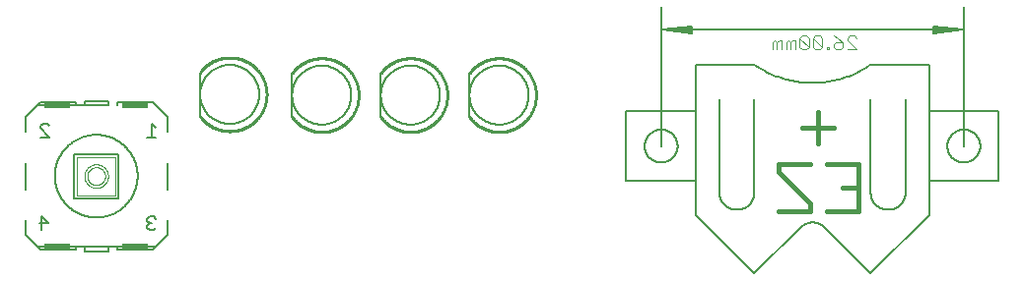
<source format=gbo>
G75*
%MOIN*%
%OFA0B0*%
%FSLAX25Y25*%
%IPPOS*%
%LPD*%
%AMOC8*
5,1,8,0,0,1.08239X$1,22.5*
%
%ADD10C,0.00600*%
%ADD11C,0.00200*%
%ADD12C,0.00500*%
%ADD13R,0.08500X0.02000*%
%ADD14C,0.00512*%
%ADD15C,0.00400*%
%ADD16C,0.01800*%
%ADD17C,0.00800*%
%ADD18C,0.01000*%
D10*
X0165843Y0231433D02*
X0164843Y0232433D01*
X0177843Y0232433D01*
X0177843Y0231433D01*
X0165843Y0231433D01*
X0164843Y0232433D02*
X0160843Y0236433D01*
X0160843Y0241433D01*
X0160843Y0251933D02*
X0160843Y0260933D01*
X0177343Y0263933D02*
X0177343Y0248933D01*
X0192343Y0248933D01*
X0192343Y0263933D01*
X0177343Y0263933D01*
X0170843Y0256433D02*
X0170847Y0256777D01*
X0170860Y0257120D01*
X0170881Y0257463D01*
X0170910Y0257805D01*
X0170948Y0258147D01*
X0170995Y0258487D01*
X0171049Y0258826D01*
X0171112Y0259164D01*
X0171183Y0259500D01*
X0171263Y0259835D01*
X0171350Y0260167D01*
X0171446Y0260497D01*
X0171550Y0260825D01*
X0171661Y0261149D01*
X0171781Y0261472D01*
X0171909Y0261791D01*
X0172044Y0262106D01*
X0172187Y0262419D01*
X0172338Y0262728D01*
X0172496Y0263033D01*
X0172662Y0263334D01*
X0172835Y0263630D01*
X0173015Y0263923D01*
X0173202Y0264211D01*
X0173397Y0264494D01*
X0173598Y0264773D01*
X0173806Y0265046D01*
X0174021Y0265315D01*
X0174242Y0265577D01*
X0174470Y0265835D01*
X0174704Y0266087D01*
X0174944Y0266332D01*
X0175189Y0266572D01*
X0175441Y0266806D01*
X0175699Y0267034D01*
X0175961Y0267255D01*
X0176230Y0267470D01*
X0176503Y0267678D01*
X0176782Y0267879D01*
X0177065Y0268074D01*
X0177353Y0268261D01*
X0177646Y0268441D01*
X0177942Y0268614D01*
X0178243Y0268780D01*
X0178548Y0268938D01*
X0178857Y0269089D01*
X0179170Y0269232D01*
X0179485Y0269367D01*
X0179804Y0269495D01*
X0180127Y0269615D01*
X0180451Y0269726D01*
X0180779Y0269830D01*
X0181109Y0269926D01*
X0181441Y0270013D01*
X0181776Y0270093D01*
X0182112Y0270164D01*
X0182450Y0270227D01*
X0182789Y0270281D01*
X0183129Y0270328D01*
X0183471Y0270366D01*
X0183813Y0270395D01*
X0184156Y0270416D01*
X0184499Y0270429D01*
X0184843Y0270433D01*
X0185187Y0270429D01*
X0185530Y0270416D01*
X0185873Y0270395D01*
X0186215Y0270366D01*
X0186557Y0270328D01*
X0186897Y0270281D01*
X0187236Y0270227D01*
X0187574Y0270164D01*
X0187910Y0270093D01*
X0188245Y0270013D01*
X0188577Y0269926D01*
X0188907Y0269830D01*
X0189235Y0269726D01*
X0189559Y0269615D01*
X0189882Y0269495D01*
X0190201Y0269367D01*
X0190516Y0269232D01*
X0190829Y0269089D01*
X0191138Y0268938D01*
X0191443Y0268780D01*
X0191744Y0268614D01*
X0192040Y0268441D01*
X0192333Y0268261D01*
X0192621Y0268074D01*
X0192904Y0267879D01*
X0193183Y0267678D01*
X0193456Y0267470D01*
X0193725Y0267255D01*
X0193987Y0267034D01*
X0194245Y0266806D01*
X0194497Y0266572D01*
X0194742Y0266332D01*
X0194982Y0266087D01*
X0195216Y0265835D01*
X0195444Y0265577D01*
X0195665Y0265315D01*
X0195880Y0265046D01*
X0196088Y0264773D01*
X0196289Y0264494D01*
X0196484Y0264211D01*
X0196671Y0263923D01*
X0196851Y0263630D01*
X0197024Y0263334D01*
X0197190Y0263033D01*
X0197348Y0262728D01*
X0197499Y0262419D01*
X0197642Y0262106D01*
X0197777Y0261791D01*
X0197905Y0261472D01*
X0198025Y0261149D01*
X0198136Y0260825D01*
X0198240Y0260497D01*
X0198336Y0260167D01*
X0198423Y0259835D01*
X0198503Y0259500D01*
X0198574Y0259164D01*
X0198637Y0258826D01*
X0198691Y0258487D01*
X0198738Y0258147D01*
X0198776Y0257805D01*
X0198805Y0257463D01*
X0198826Y0257120D01*
X0198839Y0256777D01*
X0198843Y0256433D01*
X0198839Y0256089D01*
X0198826Y0255746D01*
X0198805Y0255403D01*
X0198776Y0255061D01*
X0198738Y0254719D01*
X0198691Y0254379D01*
X0198637Y0254040D01*
X0198574Y0253702D01*
X0198503Y0253366D01*
X0198423Y0253031D01*
X0198336Y0252699D01*
X0198240Y0252369D01*
X0198136Y0252041D01*
X0198025Y0251717D01*
X0197905Y0251394D01*
X0197777Y0251075D01*
X0197642Y0250760D01*
X0197499Y0250447D01*
X0197348Y0250138D01*
X0197190Y0249833D01*
X0197024Y0249532D01*
X0196851Y0249236D01*
X0196671Y0248943D01*
X0196484Y0248655D01*
X0196289Y0248372D01*
X0196088Y0248093D01*
X0195880Y0247820D01*
X0195665Y0247551D01*
X0195444Y0247289D01*
X0195216Y0247031D01*
X0194982Y0246779D01*
X0194742Y0246534D01*
X0194497Y0246294D01*
X0194245Y0246060D01*
X0193987Y0245832D01*
X0193725Y0245611D01*
X0193456Y0245396D01*
X0193183Y0245188D01*
X0192904Y0244987D01*
X0192621Y0244792D01*
X0192333Y0244605D01*
X0192040Y0244425D01*
X0191744Y0244252D01*
X0191443Y0244086D01*
X0191138Y0243928D01*
X0190829Y0243777D01*
X0190516Y0243634D01*
X0190201Y0243499D01*
X0189882Y0243371D01*
X0189559Y0243251D01*
X0189235Y0243140D01*
X0188907Y0243036D01*
X0188577Y0242940D01*
X0188245Y0242853D01*
X0187910Y0242773D01*
X0187574Y0242702D01*
X0187236Y0242639D01*
X0186897Y0242585D01*
X0186557Y0242538D01*
X0186215Y0242500D01*
X0185873Y0242471D01*
X0185530Y0242450D01*
X0185187Y0242437D01*
X0184843Y0242433D01*
X0184499Y0242437D01*
X0184156Y0242450D01*
X0183813Y0242471D01*
X0183471Y0242500D01*
X0183129Y0242538D01*
X0182789Y0242585D01*
X0182450Y0242639D01*
X0182112Y0242702D01*
X0181776Y0242773D01*
X0181441Y0242853D01*
X0181109Y0242940D01*
X0180779Y0243036D01*
X0180451Y0243140D01*
X0180127Y0243251D01*
X0179804Y0243371D01*
X0179485Y0243499D01*
X0179170Y0243634D01*
X0178857Y0243777D01*
X0178548Y0243928D01*
X0178243Y0244086D01*
X0177942Y0244252D01*
X0177646Y0244425D01*
X0177353Y0244605D01*
X0177065Y0244792D01*
X0176782Y0244987D01*
X0176503Y0245188D01*
X0176230Y0245396D01*
X0175961Y0245611D01*
X0175699Y0245832D01*
X0175441Y0246060D01*
X0175189Y0246294D01*
X0174944Y0246534D01*
X0174704Y0246779D01*
X0174470Y0247031D01*
X0174242Y0247289D01*
X0174021Y0247551D01*
X0173806Y0247820D01*
X0173598Y0248093D01*
X0173397Y0248372D01*
X0173202Y0248655D01*
X0173015Y0248943D01*
X0172835Y0249236D01*
X0172662Y0249532D01*
X0172496Y0249833D01*
X0172338Y0250138D01*
X0172187Y0250447D01*
X0172044Y0250760D01*
X0171909Y0251075D01*
X0171781Y0251394D01*
X0171661Y0251717D01*
X0171550Y0252041D01*
X0171446Y0252369D01*
X0171350Y0252699D01*
X0171263Y0253031D01*
X0171183Y0253366D01*
X0171112Y0253702D01*
X0171049Y0254040D01*
X0170995Y0254379D01*
X0170948Y0254719D01*
X0170910Y0255061D01*
X0170881Y0255403D01*
X0170860Y0255746D01*
X0170847Y0256089D01*
X0170843Y0256433D01*
X0160843Y0271433D02*
X0160843Y0276433D01*
X0164843Y0280433D01*
X0165843Y0281433D01*
X0177843Y0281433D01*
X0177843Y0280433D01*
X0180843Y0280433D01*
X0180843Y0281933D01*
X0188843Y0281933D01*
X0188843Y0280433D01*
X0180843Y0280433D01*
X0177843Y0280433D02*
X0164843Y0280433D01*
X0191843Y0280433D02*
X0191843Y0281433D01*
X0203843Y0281433D01*
X0208843Y0276433D01*
X0208843Y0271433D01*
X0208843Y0260933D02*
X0208843Y0251933D01*
X0208843Y0241433D02*
X0208843Y0236433D01*
X0204843Y0232433D01*
X0203843Y0231433D01*
X0191843Y0231433D01*
X0191843Y0232433D01*
X0188843Y0232433D01*
X0180843Y0232433D01*
X0177843Y0232433D01*
X0180843Y0232433D02*
X0180843Y0230933D01*
X0188843Y0230933D01*
X0188843Y0232433D01*
X0191843Y0232433D02*
X0204843Y0232433D01*
X0219968Y0284183D02*
X0219971Y0284428D01*
X0219980Y0284674D01*
X0219995Y0284919D01*
X0220016Y0285163D01*
X0220043Y0285407D01*
X0220076Y0285650D01*
X0220115Y0285893D01*
X0220160Y0286134D01*
X0220211Y0286374D01*
X0220268Y0286613D01*
X0220330Y0286850D01*
X0220399Y0287086D01*
X0220473Y0287320D01*
X0220553Y0287552D01*
X0220638Y0287782D01*
X0220729Y0288010D01*
X0220826Y0288235D01*
X0220928Y0288459D01*
X0221036Y0288679D01*
X0221149Y0288897D01*
X0221267Y0289112D01*
X0221391Y0289324D01*
X0221519Y0289533D01*
X0221653Y0289739D01*
X0221792Y0289941D01*
X0221936Y0290140D01*
X0222085Y0290335D01*
X0222238Y0290527D01*
X0222396Y0290715D01*
X0222558Y0290899D01*
X0222726Y0291078D01*
X0222897Y0291254D01*
X0223073Y0291425D01*
X0223252Y0291593D01*
X0223436Y0291755D01*
X0223624Y0291913D01*
X0223816Y0292066D01*
X0224011Y0292215D01*
X0224210Y0292359D01*
X0224412Y0292498D01*
X0224618Y0292632D01*
X0224827Y0292760D01*
X0225039Y0292884D01*
X0225254Y0293002D01*
X0225472Y0293115D01*
X0225692Y0293223D01*
X0225916Y0293325D01*
X0226141Y0293422D01*
X0226369Y0293513D01*
X0226599Y0293598D01*
X0226831Y0293678D01*
X0227065Y0293752D01*
X0227301Y0293821D01*
X0227538Y0293883D01*
X0227777Y0293940D01*
X0228017Y0293991D01*
X0228258Y0294036D01*
X0228501Y0294075D01*
X0228744Y0294108D01*
X0228988Y0294135D01*
X0229232Y0294156D01*
X0229477Y0294171D01*
X0229723Y0294180D01*
X0229968Y0294183D01*
X0230213Y0294180D01*
X0230459Y0294171D01*
X0230704Y0294156D01*
X0230948Y0294135D01*
X0231192Y0294108D01*
X0231435Y0294075D01*
X0231678Y0294036D01*
X0231919Y0293991D01*
X0232159Y0293940D01*
X0232398Y0293883D01*
X0232635Y0293821D01*
X0232871Y0293752D01*
X0233105Y0293678D01*
X0233337Y0293598D01*
X0233567Y0293513D01*
X0233795Y0293422D01*
X0234020Y0293325D01*
X0234244Y0293223D01*
X0234464Y0293115D01*
X0234682Y0293002D01*
X0234897Y0292884D01*
X0235109Y0292760D01*
X0235318Y0292632D01*
X0235524Y0292498D01*
X0235726Y0292359D01*
X0235925Y0292215D01*
X0236120Y0292066D01*
X0236312Y0291913D01*
X0236500Y0291755D01*
X0236684Y0291593D01*
X0236863Y0291425D01*
X0237039Y0291254D01*
X0237210Y0291078D01*
X0237378Y0290899D01*
X0237540Y0290715D01*
X0237698Y0290527D01*
X0237851Y0290335D01*
X0238000Y0290140D01*
X0238144Y0289941D01*
X0238283Y0289739D01*
X0238417Y0289533D01*
X0238545Y0289324D01*
X0238669Y0289112D01*
X0238787Y0288897D01*
X0238900Y0288679D01*
X0239008Y0288459D01*
X0239110Y0288235D01*
X0239207Y0288010D01*
X0239298Y0287782D01*
X0239383Y0287552D01*
X0239463Y0287320D01*
X0239537Y0287086D01*
X0239606Y0286850D01*
X0239668Y0286613D01*
X0239725Y0286374D01*
X0239776Y0286134D01*
X0239821Y0285893D01*
X0239860Y0285650D01*
X0239893Y0285407D01*
X0239920Y0285163D01*
X0239941Y0284919D01*
X0239956Y0284674D01*
X0239965Y0284428D01*
X0239968Y0284183D01*
X0239965Y0283938D01*
X0239956Y0283692D01*
X0239941Y0283447D01*
X0239920Y0283203D01*
X0239893Y0282959D01*
X0239860Y0282716D01*
X0239821Y0282473D01*
X0239776Y0282232D01*
X0239725Y0281992D01*
X0239668Y0281753D01*
X0239606Y0281516D01*
X0239537Y0281280D01*
X0239463Y0281046D01*
X0239383Y0280814D01*
X0239298Y0280584D01*
X0239207Y0280356D01*
X0239110Y0280131D01*
X0239008Y0279907D01*
X0238900Y0279687D01*
X0238787Y0279469D01*
X0238669Y0279254D01*
X0238545Y0279042D01*
X0238417Y0278833D01*
X0238283Y0278627D01*
X0238144Y0278425D01*
X0238000Y0278226D01*
X0237851Y0278031D01*
X0237698Y0277839D01*
X0237540Y0277651D01*
X0237378Y0277467D01*
X0237210Y0277288D01*
X0237039Y0277112D01*
X0236863Y0276941D01*
X0236684Y0276773D01*
X0236500Y0276611D01*
X0236312Y0276453D01*
X0236120Y0276300D01*
X0235925Y0276151D01*
X0235726Y0276007D01*
X0235524Y0275868D01*
X0235318Y0275734D01*
X0235109Y0275606D01*
X0234897Y0275482D01*
X0234682Y0275364D01*
X0234464Y0275251D01*
X0234244Y0275143D01*
X0234020Y0275041D01*
X0233795Y0274944D01*
X0233567Y0274853D01*
X0233337Y0274768D01*
X0233105Y0274688D01*
X0232871Y0274614D01*
X0232635Y0274545D01*
X0232398Y0274483D01*
X0232159Y0274426D01*
X0231919Y0274375D01*
X0231678Y0274330D01*
X0231435Y0274291D01*
X0231192Y0274258D01*
X0230948Y0274231D01*
X0230704Y0274210D01*
X0230459Y0274195D01*
X0230213Y0274186D01*
X0229968Y0274183D01*
X0229723Y0274186D01*
X0229477Y0274195D01*
X0229232Y0274210D01*
X0228988Y0274231D01*
X0228744Y0274258D01*
X0228501Y0274291D01*
X0228258Y0274330D01*
X0228017Y0274375D01*
X0227777Y0274426D01*
X0227538Y0274483D01*
X0227301Y0274545D01*
X0227065Y0274614D01*
X0226831Y0274688D01*
X0226599Y0274768D01*
X0226369Y0274853D01*
X0226141Y0274944D01*
X0225916Y0275041D01*
X0225692Y0275143D01*
X0225472Y0275251D01*
X0225254Y0275364D01*
X0225039Y0275482D01*
X0224827Y0275606D01*
X0224618Y0275734D01*
X0224412Y0275868D01*
X0224210Y0276007D01*
X0224011Y0276151D01*
X0223816Y0276300D01*
X0223624Y0276453D01*
X0223436Y0276611D01*
X0223252Y0276773D01*
X0223073Y0276941D01*
X0222897Y0277112D01*
X0222726Y0277288D01*
X0222558Y0277467D01*
X0222396Y0277651D01*
X0222238Y0277839D01*
X0222085Y0278031D01*
X0221936Y0278226D01*
X0221792Y0278425D01*
X0221653Y0278627D01*
X0221519Y0278833D01*
X0221391Y0279042D01*
X0221267Y0279254D01*
X0221149Y0279469D01*
X0221036Y0279687D01*
X0220928Y0279907D01*
X0220826Y0280131D01*
X0220729Y0280356D01*
X0220638Y0280584D01*
X0220553Y0280814D01*
X0220473Y0281046D01*
X0220399Y0281280D01*
X0220330Y0281516D01*
X0220268Y0281753D01*
X0220211Y0281992D01*
X0220160Y0282232D01*
X0220115Y0282473D01*
X0220076Y0282716D01*
X0220043Y0282959D01*
X0220016Y0283203D01*
X0219995Y0283447D01*
X0219980Y0283692D01*
X0219971Y0283938D01*
X0219968Y0284183D01*
X0251093Y0283933D02*
X0251096Y0284178D01*
X0251105Y0284424D01*
X0251120Y0284669D01*
X0251141Y0284913D01*
X0251168Y0285157D01*
X0251201Y0285400D01*
X0251240Y0285643D01*
X0251285Y0285884D01*
X0251336Y0286124D01*
X0251393Y0286363D01*
X0251455Y0286600D01*
X0251524Y0286836D01*
X0251598Y0287070D01*
X0251678Y0287302D01*
X0251763Y0287532D01*
X0251854Y0287760D01*
X0251951Y0287985D01*
X0252053Y0288209D01*
X0252161Y0288429D01*
X0252274Y0288647D01*
X0252392Y0288862D01*
X0252516Y0289074D01*
X0252644Y0289283D01*
X0252778Y0289489D01*
X0252917Y0289691D01*
X0253061Y0289890D01*
X0253210Y0290085D01*
X0253363Y0290277D01*
X0253521Y0290465D01*
X0253683Y0290649D01*
X0253851Y0290828D01*
X0254022Y0291004D01*
X0254198Y0291175D01*
X0254377Y0291343D01*
X0254561Y0291505D01*
X0254749Y0291663D01*
X0254941Y0291816D01*
X0255136Y0291965D01*
X0255335Y0292109D01*
X0255537Y0292248D01*
X0255743Y0292382D01*
X0255952Y0292510D01*
X0256164Y0292634D01*
X0256379Y0292752D01*
X0256597Y0292865D01*
X0256817Y0292973D01*
X0257041Y0293075D01*
X0257266Y0293172D01*
X0257494Y0293263D01*
X0257724Y0293348D01*
X0257956Y0293428D01*
X0258190Y0293502D01*
X0258426Y0293571D01*
X0258663Y0293633D01*
X0258902Y0293690D01*
X0259142Y0293741D01*
X0259383Y0293786D01*
X0259626Y0293825D01*
X0259869Y0293858D01*
X0260113Y0293885D01*
X0260357Y0293906D01*
X0260602Y0293921D01*
X0260848Y0293930D01*
X0261093Y0293933D01*
X0261338Y0293930D01*
X0261584Y0293921D01*
X0261829Y0293906D01*
X0262073Y0293885D01*
X0262317Y0293858D01*
X0262560Y0293825D01*
X0262803Y0293786D01*
X0263044Y0293741D01*
X0263284Y0293690D01*
X0263523Y0293633D01*
X0263760Y0293571D01*
X0263996Y0293502D01*
X0264230Y0293428D01*
X0264462Y0293348D01*
X0264692Y0293263D01*
X0264920Y0293172D01*
X0265145Y0293075D01*
X0265369Y0292973D01*
X0265589Y0292865D01*
X0265807Y0292752D01*
X0266022Y0292634D01*
X0266234Y0292510D01*
X0266443Y0292382D01*
X0266649Y0292248D01*
X0266851Y0292109D01*
X0267050Y0291965D01*
X0267245Y0291816D01*
X0267437Y0291663D01*
X0267625Y0291505D01*
X0267809Y0291343D01*
X0267988Y0291175D01*
X0268164Y0291004D01*
X0268335Y0290828D01*
X0268503Y0290649D01*
X0268665Y0290465D01*
X0268823Y0290277D01*
X0268976Y0290085D01*
X0269125Y0289890D01*
X0269269Y0289691D01*
X0269408Y0289489D01*
X0269542Y0289283D01*
X0269670Y0289074D01*
X0269794Y0288862D01*
X0269912Y0288647D01*
X0270025Y0288429D01*
X0270133Y0288209D01*
X0270235Y0287985D01*
X0270332Y0287760D01*
X0270423Y0287532D01*
X0270508Y0287302D01*
X0270588Y0287070D01*
X0270662Y0286836D01*
X0270731Y0286600D01*
X0270793Y0286363D01*
X0270850Y0286124D01*
X0270901Y0285884D01*
X0270946Y0285643D01*
X0270985Y0285400D01*
X0271018Y0285157D01*
X0271045Y0284913D01*
X0271066Y0284669D01*
X0271081Y0284424D01*
X0271090Y0284178D01*
X0271093Y0283933D01*
X0271090Y0283688D01*
X0271081Y0283442D01*
X0271066Y0283197D01*
X0271045Y0282953D01*
X0271018Y0282709D01*
X0270985Y0282466D01*
X0270946Y0282223D01*
X0270901Y0281982D01*
X0270850Y0281742D01*
X0270793Y0281503D01*
X0270731Y0281266D01*
X0270662Y0281030D01*
X0270588Y0280796D01*
X0270508Y0280564D01*
X0270423Y0280334D01*
X0270332Y0280106D01*
X0270235Y0279881D01*
X0270133Y0279657D01*
X0270025Y0279437D01*
X0269912Y0279219D01*
X0269794Y0279004D01*
X0269670Y0278792D01*
X0269542Y0278583D01*
X0269408Y0278377D01*
X0269269Y0278175D01*
X0269125Y0277976D01*
X0268976Y0277781D01*
X0268823Y0277589D01*
X0268665Y0277401D01*
X0268503Y0277217D01*
X0268335Y0277038D01*
X0268164Y0276862D01*
X0267988Y0276691D01*
X0267809Y0276523D01*
X0267625Y0276361D01*
X0267437Y0276203D01*
X0267245Y0276050D01*
X0267050Y0275901D01*
X0266851Y0275757D01*
X0266649Y0275618D01*
X0266443Y0275484D01*
X0266234Y0275356D01*
X0266022Y0275232D01*
X0265807Y0275114D01*
X0265589Y0275001D01*
X0265369Y0274893D01*
X0265145Y0274791D01*
X0264920Y0274694D01*
X0264692Y0274603D01*
X0264462Y0274518D01*
X0264230Y0274438D01*
X0263996Y0274364D01*
X0263760Y0274295D01*
X0263523Y0274233D01*
X0263284Y0274176D01*
X0263044Y0274125D01*
X0262803Y0274080D01*
X0262560Y0274041D01*
X0262317Y0274008D01*
X0262073Y0273981D01*
X0261829Y0273960D01*
X0261584Y0273945D01*
X0261338Y0273936D01*
X0261093Y0273933D01*
X0260848Y0273936D01*
X0260602Y0273945D01*
X0260357Y0273960D01*
X0260113Y0273981D01*
X0259869Y0274008D01*
X0259626Y0274041D01*
X0259383Y0274080D01*
X0259142Y0274125D01*
X0258902Y0274176D01*
X0258663Y0274233D01*
X0258426Y0274295D01*
X0258190Y0274364D01*
X0257956Y0274438D01*
X0257724Y0274518D01*
X0257494Y0274603D01*
X0257266Y0274694D01*
X0257041Y0274791D01*
X0256817Y0274893D01*
X0256597Y0275001D01*
X0256379Y0275114D01*
X0256164Y0275232D01*
X0255952Y0275356D01*
X0255743Y0275484D01*
X0255537Y0275618D01*
X0255335Y0275757D01*
X0255136Y0275901D01*
X0254941Y0276050D01*
X0254749Y0276203D01*
X0254561Y0276361D01*
X0254377Y0276523D01*
X0254198Y0276691D01*
X0254022Y0276862D01*
X0253851Y0277038D01*
X0253683Y0277217D01*
X0253521Y0277401D01*
X0253363Y0277589D01*
X0253210Y0277781D01*
X0253061Y0277976D01*
X0252917Y0278175D01*
X0252778Y0278377D01*
X0252644Y0278583D01*
X0252516Y0278792D01*
X0252392Y0279004D01*
X0252274Y0279219D01*
X0252161Y0279437D01*
X0252053Y0279657D01*
X0251951Y0279881D01*
X0251854Y0280106D01*
X0251763Y0280334D01*
X0251678Y0280564D01*
X0251598Y0280796D01*
X0251524Y0281030D01*
X0251455Y0281266D01*
X0251393Y0281503D01*
X0251336Y0281742D01*
X0251285Y0281982D01*
X0251240Y0282223D01*
X0251201Y0282466D01*
X0251168Y0282709D01*
X0251141Y0282953D01*
X0251120Y0283197D01*
X0251105Y0283442D01*
X0251096Y0283688D01*
X0251093Y0283933D01*
X0281093Y0283933D02*
X0281096Y0284178D01*
X0281105Y0284424D01*
X0281120Y0284669D01*
X0281141Y0284913D01*
X0281168Y0285157D01*
X0281201Y0285400D01*
X0281240Y0285643D01*
X0281285Y0285884D01*
X0281336Y0286124D01*
X0281393Y0286363D01*
X0281455Y0286600D01*
X0281524Y0286836D01*
X0281598Y0287070D01*
X0281678Y0287302D01*
X0281763Y0287532D01*
X0281854Y0287760D01*
X0281951Y0287985D01*
X0282053Y0288209D01*
X0282161Y0288429D01*
X0282274Y0288647D01*
X0282392Y0288862D01*
X0282516Y0289074D01*
X0282644Y0289283D01*
X0282778Y0289489D01*
X0282917Y0289691D01*
X0283061Y0289890D01*
X0283210Y0290085D01*
X0283363Y0290277D01*
X0283521Y0290465D01*
X0283683Y0290649D01*
X0283851Y0290828D01*
X0284022Y0291004D01*
X0284198Y0291175D01*
X0284377Y0291343D01*
X0284561Y0291505D01*
X0284749Y0291663D01*
X0284941Y0291816D01*
X0285136Y0291965D01*
X0285335Y0292109D01*
X0285537Y0292248D01*
X0285743Y0292382D01*
X0285952Y0292510D01*
X0286164Y0292634D01*
X0286379Y0292752D01*
X0286597Y0292865D01*
X0286817Y0292973D01*
X0287041Y0293075D01*
X0287266Y0293172D01*
X0287494Y0293263D01*
X0287724Y0293348D01*
X0287956Y0293428D01*
X0288190Y0293502D01*
X0288426Y0293571D01*
X0288663Y0293633D01*
X0288902Y0293690D01*
X0289142Y0293741D01*
X0289383Y0293786D01*
X0289626Y0293825D01*
X0289869Y0293858D01*
X0290113Y0293885D01*
X0290357Y0293906D01*
X0290602Y0293921D01*
X0290848Y0293930D01*
X0291093Y0293933D01*
X0291338Y0293930D01*
X0291584Y0293921D01*
X0291829Y0293906D01*
X0292073Y0293885D01*
X0292317Y0293858D01*
X0292560Y0293825D01*
X0292803Y0293786D01*
X0293044Y0293741D01*
X0293284Y0293690D01*
X0293523Y0293633D01*
X0293760Y0293571D01*
X0293996Y0293502D01*
X0294230Y0293428D01*
X0294462Y0293348D01*
X0294692Y0293263D01*
X0294920Y0293172D01*
X0295145Y0293075D01*
X0295369Y0292973D01*
X0295589Y0292865D01*
X0295807Y0292752D01*
X0296022Y0292634D01*
X0296234Y0292510D01*
X0296443Y0292382D01*
X0296649Y0292248D01*
X0296851Y0292109D01*
X0297050Y0291965D01*
X0297245Y0291816D01*
X0297437Y0291663D01*
X0297625Y0291505D01*
X0297809Y0291343D01*
X0297988Y0291175D01*
X0298164Y0291004D01*
X0298335Y0290828D01*
X0298503Y0290649D01*
X0298665Y0290465D01*
X0298823Y0290277D01*
X0298976Y0290085D01*
X0299125Y0289890D01*
X0299269Y0289691D01*
X0299408Y0289489D01*
X0299542Y0289283D01*
X0299670Y0289074D01*
X0299794Y0288862D01*
X0299912Y0288647D01*
X0300025Y0288429D01*
X0300133Y0288209D01*
X0300235Y0287985D01*
X0300332Y0287760D01*
X0300423Y0287532D01*
X0300508Y0287302D01*
X0300588Y0287070D01*
X0300662Y0286836D01*
X0300731Y0286600D01*
X0300793Y0286363D01*
X0300850Y0286124D01*
X0300901Y0285884D01*
X0300946Y0285643D01*
X0300985Y0285400D01*
X0301018Y0285157D01*
X0301045Y0284913D01*
X0301066Y0284669D01*
X0301081Y0284424D01*
X0301090Y0284178D01*
X0301093Y0283933D01*
X0301090Y0283688D01*
X0301081Y0283442D01*
X0301066Y0283197D01*
X0301045Y0282953D01*
X0301018Y0282709D01*
X0300985Y0282466D01*
X0300946Y0282223D01*
X0300901Y0281982D01*
X0300850Y0281742D01*
X0300793Y0281503D01*
X0300731Y0281266D01*
X0300662Y0281030D01*
X0300588Y0280796D01*
X0300508Y0280564D01*
X0300423Y0280334D01*
X0300332Y0280106D01*
X0300235Y0279881D01*
X0300133Y0279657D01*
X0300025Y0279437D01*
X0299912Y0279219D01*
X0299794Y0279004D01*
X0299670Y0278792D01*
X0299542Y0278583D01*
X0299408Y0278377D01*
X0299269Y0278175D01*
X0299125Y0277976D01*
X0298976Y0277781D01*
X0298823Y0277589D01*
X0298665Y0277401D01*
X0298503Y0277217D01*
X0298335Y0277038D01*
X0298164Y0276862D01*
X0297988Y0276691D01*
X0297809Y0276523D01*
X0297625Y0276361D01*
X0297437Y0276203D01*
X0297245Y0276050D01*
X0297050Y0275901D01*
X0296851Y0275757D01*
X0296649Y0275618D01*
X0296443Y0275484D01*
X0296234Y0275356D01*
X0296022Y0275232D01*
X0295807Y0275114D01*
X0295589Y0275001D01*
X0295369Y0274893D01*
X0295145Y0274791D01*
X0294920Y0274694D01*
X0294692Y0274603D01*
X0294462Y0274518D01*
X0294230Y0274438D01*
X0293996Y0274364D01*
X0293760Y0274295D01*
X0293523Y0274233D01*
X0293284Y0274176D01*
X0293044Y0274125D01*
X0292803Y0274080D01*
X0292560Y0274041D01*
X0292317Y0274008D01*
X0292073Y0273981D01*
X0291829Y0273960D01*
X0291584Y0273945D01*
X0291338Y0273936D01*
X0291093Y0273933D01*
X0290848Y0273936D01*
X0290602Y0273945D01*
X0290357Y0273960D01*
X0290113Y0273981D01*
X0289869Y0274008D01*
X0289626Y0274041D01*
X0289383Y0274080D01*
X0289142Y0274125D01*
X0288902Y0274176D01*
X0288663Y0274233D01*
X0288426Y0274295D01*
X0288190Y0274364D01*
X0287956Y0274438D01*
X0287724Y0274518D01*
X0287494Y0274603D01*
X0287266Y0274694D01*
X0287041Y0274791D01*
X0286817Y0274893D01*
X0286597Y0275001D01*
X0286379Y0275114D01*
X0286164Y0275232D01*
X0285952Y0275356D01*
X0285743Y0275484D01*
X0285537Y0275618D01*
X0285335Y0275757D01*
X0285136Y0275901D01*
X0284941Y0276050D01*
X0284749Y0276203D01*
X0284561Y0276361D01*
X0284377Y0276523D01*
X0284198Y0276691D01*
X0284022Y0276862D01*
X0283851Y0277038D01*
X0283683Y0277217D01*
X0283521Y0277401D01*
X0283363Y0277589D01*
X0283210Y0277781D01*
X0283061Y0277976D01*
X0282917Y0278175D01*
X0282778Y0278377D01*
X0282644Y0278583D01*
X0282516Y0278792D01*
X0282392Y0279004D01*
X0282274Y0279219D01*
X0282161Y0279437D01*
X0282053Y0279657D01*
X0281951Y0279881D01*
X0281854Y0280106D01*
X0281763Y0280334D01*
X0281678Y0280564D01*
X0281598Y0280796D01*
X0281524Y0281030D01*
X0281455Y0281266D01*
X0281393Y0281503D01*
X0281336Y0281742D01*
X0281285Y0281982D01*
X0281240Y0282223D01*
X0281201Y0282466D01*
X0281168Y0282709D01*
X0281141Y0282953D01*
X0281120Y0283197D01*
X0281105Y0283442D01*
X0281096Y0283688D01*
X0281093Y0283933D01*
X0311093Y0283933D02*
X0311096Y0284178D01*
X0311105Y0284424D01*
X0311120Y0284669D01*
X0311141Y0284913D01*
X0311168Y0285157D01*
X0311201Y0285400D01*
X0311240Y0285643D01*
X0311285Y0285884D01*
X0311336Y0286124D01*
X0311393Y0286363D01*
X0311455Y0286600D01*
X0311524Y0286836D01*
X0311598Y0287070D01*
X0311678Y0287302D01*
X0311763Y0287532D01*
X0311854Y0287760D01*
X0311951Y0287985D01*
X0312053Y0288209D01*
X0312161Y0288429D01*
X0312274Y0288647D01*
X0312392Y0288862D01*
X0312516Y0289074D01*
X0312644Y0289283D01*
X0312778Y0289489D01*
X0312917Y0289691D01*
X0313061Y0289890D01*
X0313210Y0290085D01*
X0313363Y0290277D01*
X0313521Y0290465D01*
X0313683Y0290649D01*
X0313851Y0290828D01*
X0314022Y0291004D01*
X0314198Y0291175D01*
X0314377Y0291343D01*
X0314561Y0291505D01*
X0314749Y0291663D01*
X0314941Y0291816D01*
X0315136Y0291965D01*
X0315335Y0292109D01*
X0315537Y0292248D01*
X0315743Y0292382D01*
X0315952Y0292510D01*
X0316164Y0292634D01*
X0316379Y0292752D01*
X0316597Y0292865D01*
X0316817Y0292973D01*
X0317041Y0293075D01*
X0317266Y0293172D01*
X0317494Y0293263D01*
X0317724Y0293348D01*
X0317956Y0293428D01*
X0318190Y0293502D01*
X0318426Y0293571D01*
X0318663Y0293633D01*
X0318902Y0293690D01*
X0319142Y0293741D01*
X0319383Y0293786D01*
X0319626Y0293825D01*
X0319869Y0293858D01*
X0320113Y0293885D01*
X0320357Y0293906D01*
X0320602Y0293921D01*
X0320848Y0293930D01*
X0321093Y0293933D01*
X0321338Y0293930D01*
X0321584Y0293921D01*
X0321829Y0293906D01*
X0322073Y0293885D01*
X0322317Y0293858D01*
X0322560Y0293825D01*
X0322803Y0293786D01*
X0323044Y0293741D01*
X0323284Y0293690D01*
X0323523Y0293633D01*
X0323760Y0293571D01*
X0323996Y0293502D01*
X0324230Y0293428D01*
X0324462Y0293348D01*
X0324692Y0293263D01*
X0324920Y0293172D01*
X0325145Y0293075D01*
X0325369Y0292973D01*
X0325589Y0292865D01*
X0325807Y0292752D01*
X0326022Y0292634D01*
X0326234Y0292510D01*
X0326443Y0292382D01*
X0326649Y0292248D01*
X0326851Y0292109D01*
X0327050Y0291965D01*
X0327245Y0291816D01*
X0327437Y0291663D01*
X0327625Y0291505D01*
X0327809Y0291343D01*
X0327988Y0291175D01*
X0328164Y0291004D01*
X0328335Y0290828D01*
X0328503Y0290649D01*
X0328665Y0290465D01*
X0328823Y0290277D01*
X0328976Y0290085D01*
X0329125Y0289890D01*
X0329269Y0289691D01*
X0329408Y0289489D01*
X0329542Y0289283D01*
X0329670Y0289074D01*
X0329794Y0288862D01*
X0329912Y0288647D01*
X0330025Y0288429D01*
X0330133Y0288209D01*
X0330235Y0287985D01*
X0330332Y0287760D01*
X0330423Y0287532D01*
X0330508Y0287302D01*
X0330588Y0287070D01*
X0330662Y0286836D01*
X0330731Y0286600D01*
X0330793Y0286363D01*
X0330850Y0286124D01*
X0330901Y0285884D01*
X0330946Y0285643D01*
X0330985Y0285400D01*
X0331018Y0285157D01*
X0331045Y0284913D01*
X0331066Y0284669D01*
X0331081Y0284424D01*
X0331090Y0284178D01*
X0331093Y0283933D01*
X0331090Y0283688D01*
X0331081Y0283442D01*
X0331066Y0283197D01*
X0331045Y0282953D01*
X0331018Y0282709D01*
X0330985Y0282466D01*
X0330946Y0282223D01*
X0330901Y0281982D01*
X0330850Y0281742D01*
X0330793Y0281503D01*
X0330731Y0281266D01*
X0330662Y0281030D01*
X0330588Y0280796D01*
X0330508Y0280564D01*
X0330423Y0280334D01*
X0330332Y0280106D01*
X0330235Y0279881D01*
X0330133Y0279657D01*
X0330025Y0279437D01*
X0329912Y0279219D01*
X0329794Y0279004D01*
X0329670Y0278792D01*
X0329542Y0278583D01*
X0329408Y0278377D01*
X0329269Y0278175D01*
X0329125Y0277976D01*
X0328976Y0277781D01*
X0328823Y0277589D01*
X0328665Y0277401D01*
X0328503Y0277217D01*
X0328335Y0277038D01*
X0328164Y0276862D01*
X0327988Y0276691D01*
X0327809Y0276523D01*
X0327625Y0276361D01*
X0327437Y0276203D01*
X0327245Y0276050D01*
X0327050Y0275901D01*
X0326851Y0275757D01*
X0326649Y0275618D01*
X0326443Y0275484D01*
X0326234Y0275356D01*
X0326022Y0275232D01*
X0325807Y0275114D01*
X0325589Y0275001D01*
X0325369Y0274893D01*
X0325145Y0274791D01*
X0324920Y0274694D01*
X0324692Y0274603D01*
X0324462Y0274518D01*
X0324230Y0274438D01*
X0323996Y0274364D01*
X0323760Y0274295D01*
X0323523Y0274233D01*
X0323284Y0274176D01*
X0323044Y0274125D01*
X0322803Y0274080D01*
X0322560Y0274041D01*
X0322317Y0274008D01*
X0322073Y0273981D01*
X0321829Y0273960D01*
X0321584Y0273945D01*
X0321338Y0273936D01*
X0321093Y0273933D01*
X0320848Y0273936D01*
X0320602Y0273945D01*
X0320357Y0273960D01*
X0320113Y0273981D01*
X0319869Y0274008D01*
X0319626Y0274041D01*
X0319383Y0274080D01*
X0319142Y0274125D01*
X0318902Y0274176D01*
X0318663Y0274233D01*
X0318426Y0274295D01*
X0318190Y0274364D01*
X0317956Y0274438D01*
X0317724Y0274518D01*
X0317494Y0274603D01*
X0317266Y0274694D01*
X0317041Y0274791D01*
X0316817Y0274893D01*
X0316597Y0275001D01*
X0316379Y0275114D01*
X0316164Y0275232D01*
X0315952Y0275356D01*
X0315743Y0275484D01*
X0315537Y0275618D01*
X0315335Y0275757D01*
X0315136Y0275901D01*
X0314941Y0276050D01*
X0314749Y0276203D01*
X0314561Y0276361D01*
X0314377Y0276523D01*
X0314198Y0276691D01*
X0314022Y0276862D01*
X0313851Y0277038D01*
X0313683Y0277217D01*
X0313521Y0277401D01*
X0313363Y0277589D01*
X0313210Y0277781D01*
X0313061Y0277976D01*
X0312917Y0278175D01*
X0312778Y0278377D01*
X0312644Y0278583D01*
X0312516Y0278792D01*
X0312392Y0279004D01*
X0312274Y0279219D01*
X0312161Y0279437D01*
X0312053Y0279657D01*
X0311951Y0279881D01*
X0311854Y0280106D01*
X0311763Y0280334D01*
X0311678Y0280564D01*
X0311598Y0280796D01*
X0311524Y0281030D01*
X0311455Y0281266D01*
X0311393Y0281503D01*
X0311336Y0281742D01*
X0311285Y0281982D01*
X0311240Y0282223D01*
X0311201Y0282466D01*
X0311168Y0282709D01*
X0311141Y0282953D01*
X0311120Y0283197D01*
X0311105Y0283442D01*
X0311096Y0283688D01*
X0311093Y0283933D01*
D11*
X0191343Y0262933D02*
X0191343Y0249933D01*
X0178343Y0249933D01*
X0178343Y0262933D01*
X0191343Y0262933D01*
X0181843Y0256433D02*
X0181845Y0256542D01*
X0181851Y0256651D01*
X0181861Y0256759D01*
X0181875Y0256867D01*
X0181892Y0256975D01*
X0181914Y0257082D01*
X0181939Y0257188D01*
X0181969Y0257292D01*
X0182002Y0257396D01*
X0182039Y0257499D01*
X0182079Y0257600D01*
X0182123Y0257699D01*
X0182171Y0257797D01*
X0182223Y0257894D01*
X0182277Y0257988D01*
X0182335Y0258080D01*
X0182397Y0258170D01*
X0182462Y0258257D01*
X0182529Y0258343D01*
X0182600Y0258426D01*
X0182674Y0258506D01*
X0182751Y0258583D01*
X0182830Y0258658D01*
X0182912Y0258729D01*
X0182997Y0258798D01*
X0183084Y0258863D01*
X0183173Y0258926D01*
X0183265Y0258984D01*
X0183359Y0259040D01*
X0183454Y0259092D01*
X0183552Y0259141D01*
X0183651Y0259186D01*
X0183752Y0259228D01*
X0183854Y0259265D01*
X0183957Y0259299D01*
X0184062Y0259330D01*
X0184168Y0259356D01*
X0184274Y0259379D01*
X0184382Y0259397D01*
X0184490Y0259412D01*
X0184598Y0259423D01*
X0184707Y0259430D01*
X0184816Y0259433D01*
X0184925Y0259432D01*
X0185034Y0259427D01*
X0185142Y0259418D01*
X0185250Y0259405D01*
X0185358Y0259388D01*
X0185465Y0259368D01*
X0185571Y0259343D01*
X0185676Y0259315D01*
X0185780Y0259283D01*
X0185883Y0259247D01*
X0185985Y0259207D01*
X0186085Y0259164D01*
X0186183Y0259117D01*
X0186280Y0259067D01*
X0186374Y0259013D01*
X0186467Y0258955D01*
X0186558Y0258895D01*
X0186646Y0258831D01*
X0186732Y0258764D01*
X0186815Y0258694D01*
X0186896Y0258621D01*
X0186974Y0258545D01*
X0187049Y0258466D01*
X0187122Y0258384D01*
X0187191Y0258300D01*
X0187257Y0258214D01*
X0187320Y0258125D01*
X0187380Y0258034D01*
X0187437Y0257941D01*
X0187490Y0257846D01*
X0187539Y0257749D01*
X0187585Y0257650D01*
X0187627Y0257550D01*
X0187666Y0257448D01*
X0187701Y0257344D01*
X0187732Y0257240D01*
X0187760Y0257135D01*
X0187783Y0257028D01*
X0187803Y0256921D01*
X0187819Y0256813D01*
X0187831Y0256705D01*
X0187839Y0256596D01*
X0187843Y0256487D01*
X0187843Y0256379D01*
X0187839Y0256270D01*
X0187831Y0256161D01*
X0187819Y0256053D01*
X0187803Y0255945D01*
X0187783Y0255838D01*
X0187760Y0255731D01*
X0187732Y0255626D01*
X0187701Y0255522D01*
X0187666Y0255418D01*
X0187627Y0255316D01*
X0187585Y0255216D01*
X0187539Y0255117D01*
X0187490Y0255020D01*
X0187437Y0254925D01*
X0187380Y0254832D01*
X0187320Y0254741D01*
X0187257Y0254652D01*
X0187191Y0254566D01*
X0187122Y0254482D01*
X0187049Y0254400D01*
X0186974Y0254321D01*
X0186896Y0254245D01*
X0186815Y0254172D01*
X0186732Y0254102D01*
X0186646Y0254035D01*
X0186558Y0253971D01*
X0186467Y0253911D01*
X0186374Y0253853D01*
X0186280Y0253799D01*
X0186183Y0253749D01*
X0186085Y0253702D01*
X0185985Y0253659D01*
X0185883Y0253619D01*
X0185780Y0253583D01*
X0185676Y0253551D01*
X0185571Y0253523D01*
X0185465Y0253498D01*
X0185358Y0253478D01*
X0185250Y0253461D01*
X0185142Y0253448D01*
X0185034Y0253439D01*
X0184925Y0253434D01*
X0184816Y0253433D01*
X0184707Y0253436D01*
X0184598Y0253443D01*
X0184490Y0253454D01*
X0184382Y0253469D01*
X0184274Y0253487D01*
X0184168Y0253510D01*
X0184062Y0253536D01*
X0183957Y0253567D01*
X0183854Y0253601D01*
X0183752Y0253638D01*
X0183651Y0253680D01*
X0183552Y0253725D01*
X0183454Y0253774D01*
X0183359Y0253826D01*
X0183265Y0253882D01*
X0183173Y0253940D01*
X0183084Y0254003D01*
X0182997Y0254068D01*
X0182912Y0254137D01*
X0182830Y0254208D01*
X0182751Y0254283D01*
X0182674Y0254360D01*
X0182600Y0254440D01*
X0182529Y0254523D01*
X0182462Y0254609D01*
X0182397Y0254696D01*
X0182335Y0254786D01*
X0182277Y0254878D01*
X0182223Y0254972D01*
X0182171Y0255069D01*
X0182123Y0255167D01*
X0182079Y0255266D01*
X0182039Y0255367D01*
X0182002Y0255470D01*
X0181969Y0255574D01*
X0181939Y0255678D01*
X0181914Y0255784D01*
X0181892Y0255891D01*
X0181875Y0255999D01*
X0181861Y0256107D01*
X0181851Y0256215D01*
X0181845Y0256324D01*
X0181843Y0256433D01*
X0180843Y0256433D02*
X0180845Y0256559D01*
X0180851Y0256685D01*
X0180861Y0256811D01*
X0180875Y0256937D01*
X0180893Y0257062D01*
X0180915Y0257186D01*
X0180940Y0257310D01*
X0180970Y0257433D01*
X0181003Y0257554D01*
X0181041Y0257675D01*
X0181082Y0257794D01*
X0181127Y0257913D01*
X0181175Y0258029D01*
X0181227Y0258144D01*
X0181283Y0258257D01*
X0181343Y0258369D01*
X0181406Y0258478D01*
X0181472Y0258586D01*
X0181541Y0258691D01*
X0181614Y0258794D01*
X0181691Y0258895D01*
X0181770Y0258993D01*
X0181852Y0259089D01*
X0181938Y0259182D01*
X0182026Y0259273D01*
X0182117Y0259360D01*
X0182211Y0259445D01*
X0182307Y0259526D01*
X0182406Y0259605D01*
X0182507Y0259680D01*
X0182611Y0259752D01*
X0182717Y0259821D01*
X0182825Y0259887D01*
X0182935Y0259949D01*
X0183047Y0260007D01*
X0183160Y0260062D01*
X0183276Y0260113D01*
X0183393Y0260161D01*
X0183511Y0260205D01*
X0183631Y0260245D01*
X0183752Y0260281D01*
X0183874Y0260314D01*
X0183997Y0260343D01*
X0184121Y0260367D01*
X0184245Y0260388D01*
X0184370Y0260405D01*
X0184496Y0260418D01*
X0184622Y0260427D01*
X0184748Y0260432D01*
X0184875Y0260433D01*
X0185001Y0260430D01*
X0185127Y0260423D01*
X0185253Y0260412D01*
X0185378Y0260397D01*
X0185503Y0260378D01*
X0185627Y0260355D01*
X0185751Y0260329D01*
X0185873Y0260298D01*
X0185995Y0260264D01*
X0186115Y0260225D01*
X0186234Y0260183D01*
X0186352Y0260138D01*
X0186468Y0260088D01*
X0186583Y0260035D01*
X0186695Y0259978D01*
X0186806Y0259918D01*
X0186915Y0259854D01*
X0187022Y0259787D01*
X0187127Y0259717D01*
X0187230Y0259643D01*
X0187330Y0259566D01*
X0187428Y0259486D01*
X0187523Y0259403D01*
X0187615Y0259317D01*
X0187705Y0259228D01*
X0187792Y0259136D01*
X0187875Y0259042D01*
X0187956Y0258945D01*
X0188034Y0258845D01*
X0188109Y0258743D01*
X0188180Y0258639D01*
X0188248Y0258532D01*
X0188312Y0258424D01*
X0188373Y0258313D01*
X0188431Y0258201D01*
X0188485Y0258087D01*
X0188535Y0257971D01*
X0188582Y0257854D01*
X0188625Y0257735D01*
X0188664Y0257615D01*
X0188700Y0257494D01*
X0188731Y0257371D01*
X0188759Y0257248D01*
X0188783Y0257124D01*
X0188803Y0256999D01*
X0188819Y0256874D01*
X0188831Y0256748D01*
X0188839Y0256622D01*
X0188843Y0256496D01*
X0188843Y0256370D01*
X0188839Y0256244D01*
X0188831Y0256118D01*
X0188819Y0255992D01*
X0188803Y0255867D01*
X0188783Y0255742D01*
X0188759Y0255618D01*
X0188731Y0255495D01*
X0188700Y0255372D01*
X0188664Y0255251D01*
X0188625Y0255131D01*
X0188582Y0255012D01*
X0188535Y0254895D01*
X0188485Y0254779D01*
X0188431Y0254665D01*
X0188373Y0254553D01*
X0188312Y0254442D01*
X0188248Y0254334D01*
X0188180Y0254227D01*
X0188109Y0254123D01*
X0188034Y0254021D01*
X0187956Y0253921D01*
X0187875Y0253824D01*
X0187792Y0253730D01*
X0187705Y0253638D01*
X0187615Y0253549D01*
X0187523Y0253463D01*
X0187428Y0253380D01*
X0187330Y0253300D01*
X0187230Y0253223D01*
X0187127Y0253149D01*
X0187022Y0253079D01*
X0186915Y0253012D01*
X0186806Y0252948D01*
X0186695Y0252888D01*
X0186583Y0252831D01*
X0186468Y0252778D01*
X0186352Y0252728D01*
X0186234Y0252683D01*
X0186115Y0252641D01*
X0185995Y0252602D01*
X0185873Y0252568D01*
X0185751Y0252537D01*
X0185627Y0252511D01*
X0185503Y0252488D01*
X0185378Y0252469D01*
X0185253Y0252454D01*
X0185127Y0252443D01*
X0185001Y0252436D01*
X0184875Y0252433D01*
X0184748Y0252434D01*
X0184622Y0252439D01*
X0184496Y0252448D01*
X0184370Y0252461D01*
X0184245Y0252478D01*
X0184121Y0252499D01*
X0183997Y0252523D01*
X0183874Y0252552D01*
X0183752Y0252585D01*
X0183631Y0252621D01*
X0183511Y0252661D01*
X0183393Y0252705D01*
X0183276Y0252753D01*
X0183160Y0252804D01*
X0183047Y0252859D01*
X0182935Y0252917D01*
X0182825Y0252979D01*
X0182717Y0253045D01*
X0182611Y0253114D01*
X0182507Y0253186D01*
X0182406Y0253261D01*
X0182307Y0253340D01*
X0182211Y0253421D01*
X0182117Y0253506D01*
X0182026Y0253593D01*
X0181938Y0253684D01*
X0181852Y0253777D01*
X0181770Y0253873D01*
X0181691Y0253971D01*
X0181614Y0254072D01*
X0181541Y0254175D01*
X0181472Y0254280D01*
X0181406Y0254388D01*
X0181343Y0254497D01*
X0181283Y0254609D01*
X0181227Y0254722D01*
X0181175Y0254837D01*
X0181127Y0254953D01*
X0181082Y0255072D01*
X0181041Y0255191D01*
X0181003Y0255312D01*
X0180970Y0255433D01*
X0180940Y0255556D01*
X0180915Y0255680D01*
X0180893Y0255804D01*
X0180875Y0255929D01*
X0180861Y0256055D01*
X0180851Y0256181D01*
X0180845Y0256307D01*
X0180843Y0256433D01*
D12*
X0387722Y0243061D02*
X0407407Y0223376D01*
X0423156Y0239124D01*
X0423262Y0239228D01*
X0423371Y0239328D01*
X0423483Y0239426D01*
X0423597Y0239520D01*
X0423713Y0239612D01*
X0423832Y0239700D01*
X0423954Y0239786D01*
X0424077Y0239867D01*
X0424203Y0239946D01*
X0424330Y0240021D01*
X0424460Y0240093D01*
X0424592Y0240162D01*
X0424725Y0240226D01*
X0424860Y0240288D01*
X0424997Y0240345D01*
X0425135Y0240399D01*
X0425274Y0240449D01*
X0425415Y0240496D01*
X0425557Y0240539D01*
X0425700Y0240578D01*
X0425844Y0240613D01*
X0425989Y0240644D01*
X0426134Y0240672D01*
X0426281Y0240695D01*
X0426428Y0240715D01*
X0426575Y0240731D01*
X0426723Y0240743D01*
X0426871Y0240751D01*
X0427019Y0240755D01*
X0427167Y0240755D01*
X0427315Y0240751D01*
X0427463Y0240743D01*
X0427611Y0240731D01*
X0427758Y0240715D01*
X0427905Y0240695D01*
X0428052Y0240672D01*
X0428197Y0240644D01*
X0428342Y0240613D01*
X0428486Y0240578D01*
X0428629Y0240539D01*
X0428771Y0240496D01*
X0428912Y0240449D01*
X0429051Y0240399D01*
X0429189Y0240345D01*
X0429326Y0240288D01*
X0429461Y0240226D01*
X0429594Y0240162D01*
X0429726Y0240093D01*
X0429856Y0240021D01*
X0429983Y0239946D01*
X0430109Y0239867D01*
X0430232Y0239786D01*
X0430354Y0239700D01*
X0430473Y0239612D01*
X0430589Y0239520D01*
X0430703Y0239426D01*
X0430815Y0239328D01*
X0430924Y0239228D01*
X0431030Y0239124D01*
X0446778Y0223376D01*
X0466463Y0243061D01*
X0466463Y0254872D01*
X0490085Y0254872D01*
X0490085Y0278494D01*
X0466463Y0278494D01*
X0466463Y0294242D01*
X0446778Y0294242D01*
X0446778Y0282431D02*
X0446778Y0250935D01*
X0446777Y0250935D02*
X0446779Y0250783D01*
X0446785Y0250631D01*
X0446795Y0250479D01*
X0446808Y0250328D01*
X0446826Y0250177D01*
X0446847Y0250026D01*
X0446873Y0249876D01*
X0446902Y0249727D01*
X0446935Y0249578D01*
X0446972Y0249431D01*
X0447012Y0249284D01*
X0447057Y0249139D01*
X0447105Y0248995D01*
X0447157Y0248852D01*
X0447212Y0248710D01*
X0447271Y0248570D01*
X0447334Y0248431D01*
X0447400Y0248294D01*
X0447470Y0248159D01*
X0447543Y0248026D01*
X0447620Y0247895D01*
X0447700Y0247765D01*
X0447783Y0247638D01*
X0447869Y0247513D01*
X0447959Y0247390D01*
X0448052Y0247270D01*
X0448148Y0247152D01*
X0448247Y0247036D01*
X0448349Y0246923D01*
X0448453Y0246813D01*
X0448561Y0246705D01*
X0448671Y0246601D01*
X0448784Y0246499D01*
X0448900Y0246400D01*
X0449018Y0246304D01*
X0449138Y0246211D01*
X0449261Y0246121D01*
X0449386Y0246035D01*
X0449513Y0245952D01*
X0449643Y0245872D01*
X0449774Y0245795D01*
X0449907Y0245722D01*
X0450042Y0245652D01*
X0450179Y0245586D01*
X0450318Y0245523D01*
X0450458Y0245464D01*
X0450600Y0245409D01*
X0450743Y0245357D01*
X0450887Y0245309D01*
X0451032Y0245264D01*
X0451179Y0245224D01*
X0451326Y0245187D01*
X0451475Y0245154D01*
X0451624Y0245125D01*
X0451774Y0245099D01*
X0451925Y0245078D01*
X0452076Y0245060D01*
X0452227Y0245047D01*
X0452379Y0245037D01*
X0452531Y0245031D01*
X0452683Y0245029D01*
X0452835Y0245031D01*
X0452987Y0245037D01*
X0453139Y0245047D01*
X0453290Y0245060D01*
X0453441Y0245078D01*
X0453592Y0245099D01*
X0453742Y0245125D01*
X0453891Y0245154D01*
X0454040Y0245187D01*
X0454187Y0245224D01*
X0454334Y0245264D01*
X0454479Y0245309D01*
X0454623Y0245357D01*
X0454766Y0245409D01*
X0454908Y0245464D01*
X0455048Y0245523D01*
X0455187Y0245586D01*
X0455324Y0245652D01*
X0455459Y0245722D01*
X0455592Y0245795D01*
X0455723Y0245872D01*
X0455853Y0245952D01*
X0455980Y0246035D01*
X0456105Y0246121D01*
X0456228Y0246211D01*
X0456348Y0246304D01*
X0456466Y0246400D01*
X0456582Y0246499D01*
X0456695Y0246601D01*
X0456805Y0246705D01*
X0456913Y0246813D01*
X0457017Y0246923D01*
X0457119Y0247036D01*
X0457218Y0247152D01*
X0457314Y0247270D01*
X0457407Y0247390D01*
X0457497Y0247513D01*
X0457583Y0247638D01*
X0457666Y0247765D01*
X0457746Y0247895D01*
X0457823Y0248026D01*
X0457896Y0248159D01*
X0457966Y0248294D01*
X0458032Y0248431D01*
X0458095Y0248570D01*
X0458154Y0248710D01*
X0458209Y0248852D01*
X0458261Y0248995D01*
X0458309Y0249139D01*
X0458354Y0249284D01*
X0458394Y0249431D01*
X0458431Y0249578D01*
X0458464Y0249727D01*
X0458493Y0249876D01*
X0458519Y0250026D01*
X0458540Y0250177D01*
X0458558Y0250328D01*
X0458571Y0250479D01*
X0458581Y0250631D01*
X0458587Y0250783D01*
X0458589Y0250935D01*
X0458589Y0282431D01*
X0466463Y0278494D02*
X0466463Y0254872D01*
X0472706Y0266683D02*
X0472708Y0266832D01*
X0472714Y0266981D01*
X0472724Y0267129D01*
X0472738Y0267277D01*
X0472756Y0267425D01*
X0472777Y0267572D01*
X0472803Y0267719D01*
X0472833Y0267865D01*
X0472866Y0268010D01*
X0472904Y0268154D01*
X0472945Y0268297D01*
X0472990Y0268439D01*
X0473039Y0268580D01*
X0473092Y0268719D01*
X0473148Y0268857D01*
X0473208Y0268993D01*
X0473271Y0269128D01*
X0473338Y0269260D01*
X0473409Y0269391D01*
X0473483Y0269521D01*
X0473561Y0269648D01*
X0473642Y0269773D01*
X0473726Y0269895D01*
X0473814Y0270016D01*
X0473904Y0270134D01*
X0473998Y0270249D01*
X0474095Y0270362D01*
X0474195Y0270473D01*
X0474298Y0270580D01*
X0474403Y0270685D01*
X0474512Y0270787D01*
X0474623Y0270887D01*
X0474736Y0270983D01*
X0474853Y0271076D01*
X0474971Y0271166D01*
X0475092Y0271252D01*
X0475215Y0271336D01*
X0475341Y0271416D01*
X0475469Y0271493D01*
X0475598Y0271566D01*
X0475730Y0271636D01*
X0475863Y0271702D01*
X0475998Y0271765D01*
X0476135Y0271824D01*
X0476273Y0271879D01*
X0476412Y0271931D01*
X0476553Y0271978D01*
X0476696Y0272023D01*
X0476839Y0272063D01*
X0476983Y0272099D01*
X0477128Y0272132D01*
X0477275Y0272161D01*
X0477421Y0272185D01*
X0477569Y0272206D01*
X0477717Y0272223D01*
X0477865Y0272236D01*
X0478014Y0272245D01*
X0478162Y0272250D01*
X0478311Y0272251D01*
X0478460Y0272248D01*
X0478609Y0272241D01*
X0478757Y0272230D01*
X0478905Y0272215D01*
X0479053Y0272196D01*
X0479200Y0272173D01*
X0479347Y0272147D01*
X0479492Y0272116D01*
X0479637Y0272082D01*
X0479781Y0272043D01*
X0479924Y0272001D01*
X0480065Y0271955D01*
X0480206Y0271905D01*
X0480344Y0271852D01*
X0480482Y0271795D01*
X0480618Y0271734D01*
X0480752Y0271669D01*
X0480884Y0271601D01*
X0481015Y0271530D01*
X0481144Y0271455D01*
X0481270Y0271376D01*
X0481394Y0271294D01*
X0481517Y0271209D01*
X0481636Y0271121D01*
X0481754Y0271030D01*
X0481869Y0270935D01*
X0481981Y0270837D01*
X0482091Y0270737D01*
X0482198Y0270633D01*
X0482302Y0270527D01*
X0482404Y0270418D01*
X0482502Y0270306D01*
X0482597Y0270192D01*
X0482690Y0270075D01*
X0482779Y0269956D01*
X0482864Y0269834D01*
X0482947Y0269710D01*
X0483026Y0269584D01*
X0483102Y0269456D01*
X0483175Y0269326D01*
X0483244Y0269194D01*
X0483309Y0269060D01*
X0483371Y0268925D01*
X0483429Y0268788D01*
X0483483Y0268649D01*
X0483534Y0268509D01*
X0483581Y0268368D01*
X0483624Y0268226D01*
X0483663Y0268082D01*
X0483699Y0267938D01*
X0483730Y0267792D01*
X0483758Y0267646D01*
X0483782Y0267499D01*
X0483802Y0267351D01*
X0483818Y0267203D01*
X0483830Y0267055D01*
X0483838Y0266906D01*
X0483842Y0266757D01*
X0483842Y0266609D01*
X0483838Y0266460D01*
X0483830Y0266311D01*
X0483818Y0266163D01*
X0483802Y0266015D01*
X0483782Y0265867D01*
X0483758Y0265720D01*
X0483730Y0265574D01*
X0483699Y0265428D01*
X0483663Y0265284D01*
X0483624Y0265140D01*
X0483581Y0264998D01*
X0483534Y0264857D01*
X0483483Y0264717D01*
X0483429Y0264578D01*
X0483371Y0264441D01*
X0483309Y0264306D01*
X0483244Y0264172D01*
X0483175Y0264040D01*
X0483102Y0263910D01*
X0483026Y0263782D01*
X0482947Y0263656D01*
X0482864Y0263532D01*
X0482779Y0263410D01*
X0482690Y0263291D01*
X0482597Y0263174D01*
X0482502Y0263060D01*
X0482404Y0262948D01*
X0482302Y0262839D01*
X0482198Y0262733D01*
X0482091Y0262629D01*
X0481981Y0262529D01*
X0481869Y0262431D01*
X0481754Y0262336D01*
X0481636Y0262245D01*
X0481517Y0262157D01*
X0481394Y0262072D01*
X0481270Y0261990D01*
X0481144Y0261911D01*
X0481015Y0261836D01*
X0480884Y0261765D01*
X0480752Y0261697D01*
X0480618Y0261632D01*
X0480482Y0261571D01*
X0480344Y0261514D01*
X0480206Y0261461D01*
X0480065Y0261411D01*
X0479924Y0261365D01*
X0479781Y0261323D01*
X0479637Y0261284D01*
X0479492Y0261250D01*
X0479347Y0261219D01*
X0479200Y0261193D01*
X0479053Y0261170D01*
X0478905Y0261151D01*
X0478757Y0261136D01*
X0478609Y0261125D01*
X0478460Y0261118D01*
X0478311Y0261115D01*
X0478162Y0261116D01*
X0478014Y0261121D01*
X0477865Y0261130D01*
X0477717Y0261143D01*
X0477569Y0261160D01*
X0477421Y0261181D01*
X0477275Y0261205D01*
X0477128Y0261234D01*
X0476983Y0261267D01*
X0476839Y0261303D01*
X0476696Y0261343D01*
X0476553Y0261388D01*
X0476412Y0261435D01*
X0476273Y0261487D01*
X0476135Y0261542D01*
X0475998Y0261601D01*
X0475863Y0261664D01*
X0475730Y0261730D01*
X0475598Y0261800D01*
X0475469Y0261873D01*
X0475341Y0261950D01*
X0475215Y0262030D01*
X0475092Y0262114D01*
X0474971Y0262200D01*
X0474853Y0262290D01*
X0474736Y0262383D01*
X0474623Y0262479D01*
X0474512Y0262579D01*
X0474403Y0262681D01*
X0474298Y0262786D01*
X0474195Y0262893D01*
X0474095Y0263004D01*
X0473998Y0263117D01*
X0473904Y0263232D01*
X0473814Y0263350D01*
X0473726Y0263471D01*
X0473642Y0263593D01*
X0473561Y0263718D01*
X0473483Y0263845D01*
X0473409Y0263975D01*
X0473338Y0264106D01*
X0473271Y0264238D01*
X0473208Y0264373D01*
X0473148Y0264509D01*
X0473092Y0264647D01*
X0473039Y0264786D01*
X0472990Y0264927D01*
X0472945Y0265069D01*
X0472904Y0265212D01*
X0472866Y0265356D01*
X0472833Y0265501D01*
X0472803Y0265647D01*
X0472777Y0265794D01*
X0472756Y0265941D01*
X0472738Y0266089D01*
X0472724Y0266237D01*
X0472714Y0266385D01*
X0472708Y0266534D01*
X0472706Y0266683D01*
X0407407Y0250935D02*
X0407407Y0282431D01*
X0395596Y0282431D02*
X0395596Y0250935D01*
X0395598Y0250783D01*
X0395604Y0250631D01*
X0395614Y0250479D01*
X0395627Y0250328D01*
X0395645Y0250177D01*
X0395666Y0250026D01*
X0395692Y0249876D01*
X0395721Y0249727D01*
X0395754Y0249578D01*
X0395791Y0249431D01*
X0395831Y0249284D01*
X0395876Y0249139D01*
X0395924Y0248995D01*
X0395976Y0248852D01*
X0396031Y0248710D01*
X0396090Y0248570D01*
X0396153Y0248431D01*
X0396219Y0248294D01*
X0396289Y0248159D01*
X0396362Y0248026D01*
X0396439Y0247895D01*
X0396519Y0247765D01*
X0396602Y0247638D01*
X0396688Y0247513D01*
X0396778Y0247390D01*
X0396871Y0247270D01*
X0396967Y0247152D01*
X0397066Y0247036D01*
X0397168Y0246923D01*
X0397272Y0246813D01*
X0397380Y0246705D01*
X0397490Y0246601D01*
X0397603Y0246499D01*
X0397719Y0246400D01*
X0397837Y0246304D01*
X0397957Y0246211D01*
X0398080Y0246121D01*
X0398205Y0246035D01*
X0398332Y0245952D01*
X0398462Y0245872D01*
X0398593Y0245795D01*
X0398726Y0245722D01*
X0398861Y0245652D01*
X0398998Y0245586D01*
X0399137Y0245523D01*
X0399277Y0245464D01*
X0399419Y0245409D01*
X0399562Y0245357D01*
X0399706Y0245309D01*
X0399851Y0245264D01*
X0399998Y0245224D01*
X0400145Y0245187D01*
X0400294Y0245154D01*
X0400443Y0245125D01*
X0400593Y0245099D01*
X0400744Y0245078D01*
X0400895Y0245060D01*
X0401046Y0245047D01*
X0401198Y0245037D01*
X0401350Y0245031D01*
X0401502Y0245029D01*
X0401654Y0245031D01*
X0401806Y0245037D01*
X0401958Y0245047D01*
X0402109Y0245060D01*
X0402260Y0245078D01*
X0402411Y0245099D01*
X0402561Y0245125D01*
X0402710Y0245154D01*
X0402859Y0245187D01*
X0403006Y0245224D01*
X0403153Y0245264D01*
X0403298Y0245309D01*
X0403442Y0245357D01*
X0403585Y0245409D01*
X0403727Y0245464D01*
X0403867Y0245523D01*
X0404006Y0245586D01*
X0404143Y0245652D01*
X0404278Y0245722D01*
X0404411Y0245795D01*
X0404542Y0245872D01*
X0404672Y0245952D01*
X0404799Y0246035D01*
X0404924Y0246121D01*
X0405047Y0246211D01*
X0405167Y0246304D01*
X0405285Y0246400D01*
X0405401Y0246499D01*
X0405514Y0246601D01*
X0405624Y0246705D01*
X0405732Y0246813D01*
X0405836Y0246923D01*
X0405938Y0247036D01*
X0406037Y0247152D01*
X0406133Y0247270D01*
X0406226Y0247390D01*
X0406316Y0247513D01*
X0406402Y0247638D01*
X0406485Y0247765D01*
X0406565Y0247895D01*
X0406642Y0248026D01*
X0406715Y0248159D01*
X0406785Y0248294D01*
X0406851Y0248431D01*
X0406914Y0248570D01*
X0406973Y0248710D01*
X0407028Y0248852D01*
X0407080Y0248995D01*
X0407128Y0249139D01*
X0407173Y0249284D01*
X0407213Y0249431D01*
X0407250Y0249578D01*
X0407283Y0249727D01*
X0407312Y0249876D01*
X0407338Y0250026D01*
X0407359Y0250177D01*
X0407377Y0250328D01*
X0407390Y0250479D01*
X0407400Y0250631D01*
X0407406Y0250783D01*
X0407408Y0250935D01*
X0387722Y0254872D02*
X0387722Y0243061D01*
X0387722Y0254872D02*
X0364100Y0254872D01*
X0364100Y0278494D01*
X0387722Y0278494D01*
X0387722Y0254872D01*
X0370343Y0266683D02*
X0370345Y0266832D01*
X0370351Y0266981D01*
X0370361Y0267129D01*
X0370375Y0267277D01*
X0370393Y0267425D01*
X0370414Y0267572D01*
X0370440Y0267719D01*
X0370470Y0267865D01*
X0370503Y0268010D01*
X0370541Y0268154D01*
X0370582Y0268297D01*
X0370627Y0268439D01*
X0370676Y0268580D01*
X0370729Y0268719D01*
X0370785Y0268857D01*
X0370845Y0268993D01*
X0370908Y0269128D01*
X0370975Y0269260D01*
X0371046Y0269391D01*
X0371120Y0269521D01*
X0371198Y0269648D01*
X0371279Y0269773D01*
X0371363Y0269895D01*
X0371451Y0270016D01*
X0371541Y0270134D01*
X0371635Y0270249D01*
X0371732Y0270362D01*
X0371832Y0270473D01*
X0371935Y0270580D01*
X0372040Y0270685D01*
X0372149Y0270787D01*
X0372260Y0270887D01*
X0372373Y0270983D01*
X0372490Y0271076D01*
X0372608Y0271166D01*
X0372729Y0271252D01*
X0372852Y0271336D01*
X0372978Y0271416D01*
X0373106Y0271493D01*
X0373235Y0271566D01*
X0373367Y0271636D01*
X0373500Y0271702D01*
X0373635Y0271765D01*
X0373772Y0271824D01*
X0373910Y0271879D01*
X0374049Y0271931D01*
X0374190Y0271978D01*
X0374333Y0272023D01*
X0374476Y0272063D01*
X0374620Y0272099D01*
X0374765Y0272132D01*
X0374912Y0272161D01*
X0375058Y0272185D01*
X0375206Y0272206D01*
X0375354Y0272223D01*
X0375502Y0272236D01*
X0375651Y0272245D01*
X0375799Y0272250D01*
X0375948Y0272251D01*
X0376097Y0272248D01*
X0376246Y0272241D01*
X0376394Y0272230D01*
X0376542Y0272215D01*
X0376690Y0272196D01*
X0376837Y0272173D01*
X0376984Y0272147D01*
X0377129Y0272116D01*
X0377274Y0272082D01*
X0377418Y0272043D01*
X0377561Y0272001D01*
X0377702Y0271955D01*
X0377843Y0271905D01*
X0377981Y0271852D01*
X0378119Y0271795D01*
X0378255Y0271734D01*
X0378389Y0271669D01*
X0378521Y0271601D01*
X0378652Y0271530D01*
X0378781Y0271455D01*
X0378907Y0271376D01*
X0379031Y0271294D01*
X0379154Y0271209D01*
X0379273Y0271121D01*
X0379391Y0271030D01*
X0379506Y0270935D01*
X0379618Y0270837D01*
X0379728Y0270737D01*
X0379835Y0270633D01*
X0379939Y0270527D01*
X0380041Y0270418D01*
X0380139Y0270306D01*
X0380234Y0270192D01*
X0380327Y0270075D01*
X0380416Y0269956D01*
X0380501Y0269834D01*
X0380584Y0269710D01*
X0380663Y0269584D01*
X0380739Y0269456D01*
X0380812Y0269326D01*
X0380881Y0269194D01*
X0380946Y0269060D01*
X0381008Y0268925D01*
X0381066Y0268788D01*
X0381120Y0268649D01*
X0381171Y0268509D01*
X0381218Y0268368D01*
X0381261Y0268226D01*
X0381300Y0268082D01*
X0381336Y0267938D01*
X0381367Y0267792D01*
X0381395Y0267646D01*
X0381419Y0267499D01*
X0381439Y0267351D01*
X0381455Y0267203D01*
X0381467Y0267055D01*
X0381475Y0266906D01*
X0381479Y0266757D01*
X0381479Y0266609D01*
X0381475Y0266460D01*
X0381467Y0266311D01*
X0381455Y0266163D01*
X0381439Y0266015D01*
X0381419Y0265867D01*
X0381395Y0265720D01*
X0381367Y0265574D01*
X0381336Y0265428D01*
X0381300Y0265284D01*
X0381261Y0265140D01*
X0381218Y0264998D01*
X0381171Y0264857D01*
X0381120Y0264717D01*
X0381066Y0264578D01*
X0381008Y0264441D01*
X0380946Y0264306D01*
X0380881Y0264172D01*
X0380812Y0264040D01*
X0380739Y0263910D01*
X0380663Y0263782D01*
X0380584Y0263656D01*
X0380501Y0263532D01*
X0380416Y0263410D01*
X0380327Y0263291D01*
X0380234Y0263174D01*
X0380139Y0263060D01*
X0380041Y0262948D01*
X0379939Y0262839D01*
X0379835Y0262733D01*
X0379728Y0262629D01*
X0379618Y0262529D01*
X0379506Y0262431D01*
X0379391Y0262336D01*
X0379273Y0262245D01*
X0379154Y0262157D01*
X0379031Y0262072D01*
X0378907Y0261990D01*
X0378781Y0261911D01*
X0378652Y0261836D01*
X0378521Y0261765D01*
X0378389Y0261697D01*
X0378255Y0261632D01*
X0378119Y0261571D01*
X0377981Y0261514D01*
X0377843Y0261461D01*
X0377702Y0261411D01*
X0377561Y0261365D01*
X0377418Y0261323D01*
X0377274Y0261284D01*
X0377129Y0261250D01*
X0376984Y0261219D01*
X0376837Y0261193D01*
X0376690Y0261170D01*
X0376542Y0261151D01*
X0376394Y0261136D01*
X0376246Y0261125D01*
X0376097Y0261118D01*
X0375948Y0261115D01*
X0375799Y0261116D01*
X0375651Y0261121D01*
X0375502Y0261130D01*
X0375354Y0261143D01*
X0375206Y0261160D01*
X0375058Y0261181D01*
X0374912Y0261205D01*
X0374765Y0261234D01*
X0374620Y0261267D01*
X0374476Y0261303D01*
X0374333Y0261343D01*
X0374190Y0261388D01*
X0374049Y0261435D01*
X0373910Y0261487D01*
X0373772Y0261542D01*
X0373635Y0261601D01*
X0373500Y0261664D01*
X0373367Y0261730D01*
X0373235Y0261800D01*
X0373106Y0261873D01*
X0372978Y0261950D01*
X0372852Y0262030D01*
X0372729Y0262114D01*
X0372608Y0262200D01*
X0372490Y0262290D01*
X0372373Y0262383D01*
X0372260Y0262479D01*
X0372149Y0262579D01*
X0372040Y0262681D01*
X0371935Y0262786D01*
X0371832Y0262893D01*
X0371732Y0263004D01*
X0371635Y0263117D01*
X0371541Y0263232D01*
X0371451Y0263350D01*
X0371363Y0263471D01*
X0371279Y0263593D01*
X0371198Y0263718D01*
X0371120Y0263845D01*
X0371046Y0263975D01*
X0370975Y0264106D01*
X0370908Y0264238D01*
X0370845Y0264373D01*
X0370785Y0264509D01*
X0370729Y0264647D01*
X0370676Y0264786D01*
X0370627Y0264927D01*
X0370582Y0265069D01*
X0370541Y0265212D01*
X0370503Y0265356D01*
X0370470Y0265501D01*
X0370440Y0265647D01*
X0370414Y0265794D01*
X0370393Y0265941D01*
X0370375Y0266089D01*
X0370361Y0266237D01*
X0370351Y0266385D01*
X0370345Y0266534D01*
X0370343Y0266683D01*
X0387722Y0278494D02*
X0387722Y0294242D01*
X0407407Y0294242D01*
X0407408Y0294242D02*
X0408101Y0293769D01*
X0408805Y0293314D01*
X0409520Y0292875D01*
X0410245Y0292455D01*
X0410981Y0292052D01*
X0411726Y0291668D01*
X0412480Y0291301D01*
X0413243Y0290954D01*
X0414015Y0290625D01*
X0414794Y0290315D01*
X0415580Y0290024D01*
X0416374Y0289752D01*
X0417173Y0289500D01*
X0417979Y0289267D01*
X0418790Y0289054D01*
X0419606Y0288862D01*
X0420427Y0288689D01*
X0421251Y0288536D01*
X0422079Y0288403D01*
X0422910Y0288291D01*
X0423744Y0288199D01*
X0424579Y0288127D01*
X0425416Y0288076D01*
X0426254Y0288045D01*
X0427093Y0288035D01*
X0427932Y0288045D01*
X0428770Y0288076D01*
X0429607Y0288127D01*
X0430442Y0288199D01*
X0431276Y0288291D01*
X0432107Y0288403D01*
X0432935Y0288536D01*
X0433759Y0288689D01*
X0434580Y0288862D01*
X0435396Y0289054D01*
X0436207Y0289267D01*
X0437013Y0289500D01*
X0437812Y0289752D01*
X0438606Y0290024D01*
X0439392Y0290315D01*
X0440171Y0290625D01*
X0440943Y0290954D01*
X0441706Y0291301D01*
X0442460Y0291668D01*
X0443205Y0292052D01*
X0443941Y0292455D01*
X0444666Y0292875D01*
X0445381Y0293314D01*
X0446085Y0293769D01*
X0446778Y0294242D01*
X0205093Y0272686D02*
X0203591Y0274187D01*
X0203591Y0269683D01*
X0202090Y0269683D02*
X0205093Y0269683D01*
X0169093Y0269683D02*
X0166090Y0272686D01*
X0166090Y0273436D01*
X0166841Y0274187D01*
X0168342Y0274187D01*
X0169093Y0273436D01*
X0169093Y0269683D02*
X0166090Y0269683D01*
X0166341Y0242687D02*
X0168593Y0240435D01*
X0165590Y0240435D01*
X0166341Y0238183D02*
X0166341Y0242687D01*
X0202090Y0241936D02*
X0202090Y0241186D01*
X0202841Y0240435D01*
X0202090Y0239684D01*
X0202090Y0238934D01*
X0202841Y0238183D01*
X0204342Y0238183D01*
X0205093Y0238934D01*
X0203591Y0240435D02*
X0202841Y0240435D01*
X0202090Y0241936D02*
X0202841Y0242687D01*
X0204342Y0242687D01*
X0205093Y0241936D01*
D13*
X0198093Y0232433D03*
X0171593Y0232433D03*
X0171593Y0280433D03*
X0198093Y0280433D03*
D14*
X0375911Y0266683D02*
X0375911Y0313730D01*
X0376167Y0306053D02*
X0386148Y0307077D01*
X0386148Y0307310D02*
X0376167Y0306053D01*
X0386148Y0305030D01*
X0386148Y0304796D02*
X0386148Y0307310D01*
X0386148Y0306565D02*
X0376167Y0306053D01*
X0386148Y0305541D01*
X0386148Y0304796D02*
X0376167Y0306053D01*
X0478018Y0306053D01*
X0468037Y0307077D01*
X0468037Y0307310D02*
X0478018Y0306053D01*
X0468037Y0305030D01*
X0468037Y0304796D02*
X0468037Y0307310D01*
X0468037Y0306565D02*
X0478018Y0306053D01*
X0468037Y0305541D01*
X0468037Y0304796D02*
X0478018Y0306053D01*
X0478274Y0313730D02*
X0478274Y0266683D01*
D15*
X0441918Y0299491D02*
X0438849Y0299491D01*
X0437314Y0300259D02*
X0436547Y0299491D01*
X0435012Y0299491D01*
X0434245Y0300259D01*
X0434245Y0301026D01*
X0435012Y0301793D01*
X0437314Y0301793D01*
X0437314Y0300259D01*
X0437314Y0301793D02*
X0435780Y0303328D01*
X0434245Y0304095D01*
X0430408Y0303328D02*
X0430408Y0300259D01*
X0427339Y0303328D01*
X0427339Y0300259D01*
X0428106Y0299491D01*
X0429641Y0299491D01*
X0430408Y0300259D01*
X0431943Y0300259D02*
X0431943Y0299491D01*
X0432710Y0299491D01*
X0432710Y0300259D01*
X0431943Y0300259D01*
X0430408Y0303328D02*
X0429641Y0304095D01*
X0428106Y0304095D01*
X0427339Y0303328D01*
X0425804Y0303328D02*
X0425037Y0304095D01*
X0423503Y0304095D01*
X0422735Y0303328D01*
X0425804Y0300259D01*
X0425037Y0299491D01*
X0423503Y0299491D01*
X0422735Y0300259D01*
X0422735Y0303328D01*
X0421201Y0302561D02*
X0420433Y0302561D01*
X0419666Y0301793D01*
X0418899Y0302561D01*
X0418131Y0301793D01*
X0418131Y0299491D01*
X0416597Y0299491D02*
X0416597Y0302561D01*
X0415829Y0302561D01*
X0415062Y0301793D01*
X0414295Y0302561D01*
X0413527Y0301793D01*
X0413527Y0299491D01*
X0415062Y0299491D02*
X0415062Y0301793D01*
X0419666Y0301793D02*
X0419666Y0299491D01*
X0421201Y0299491D02*
X0421201Y0302561D01*
X0425804Y0303328D02*
X0425804Y0300259D01*
X0438849Y0302561D02*
X0438849Y0303328D01*
X0439616Y0304095D01*
X0441151Y0304095D01*
X0441918Y0303328D01*
X0438849Y0302561D02*
X0441918Y0299491D01*
D16*
X0429039Y0278250D02*
X0429039Y0267630D01*
X0434349Y0272940D02*
X0423729Y0272940D01*
X0426193Y0260531D02*
X0415572Y0260531D01*
X0415572Y0257876D01*
X0426193Y0247256D01*
X0426193Y0244601D01*
X0415572Y0244601D01*
X0431886Y0244601D02*
X0442506Y0244601D01*
X0442506Y0260531D01*
X0431886Y0260531D01*
X0437196Y0252566D02*
X0442506Y0252566D01*
D17*
X0311093Y0276433D02*
X0311093Y0291433D01*
X0281093Y0291433D02*
X0281093Y0276433D01*
X0251093Y0276433D02*
X0251093Y0291433D01*
X0219968Y0291683D02*
X0219968Y0276683D01*
D18*
X0220155Y0276440D01*
X0220347Y0276202D01*
X0220546Y0275969D01*
X0220750Y0275741D01*
X0220959Y0275518D01*
X0221174Y0275300D01*
X0221394Y0275087D01*
X0221619Y0274880D01*
X0221850Y0274678D01*
X0222085Y0274482D01*
X0222325Y0274292D01*
X0222569Y0274108D01*
X0222818Y0273930D01*
X0223072Y0273758D01*
X0223329Y0273592D01*
X0223590Y0273432D01*
X0223855Y0273279D01*
X0224124Y0273133D01*
X0224397Y0272993D01*
X0224672Y0272860D01*
X0224951Y0272734D01*
X0225233Y0272614D01*
X0225518Y0272502D01*
X0225805Y0272397D01*
X0226095Y0272298D01*
X0226387Y0272207D01*
X0226682Y0272123D01*
X0226978Y0272046D01*
X0227276Y0271976D01*
X0227576Y0271914D01*
X0227877Y0271859D01*
X0228179Y0271812D01*
X0228483Y0271772D01*
X0228787Y0271739D01*
X0229092Y0271714D01*
X0229398Y0271696D01*
X0229704Y0271686D01*
X0230010Y0271683D01*
X0230316Y0271688D01*
X0230622Y0271700D01*
X0230928Y0271720D01*
X0231232Y0271747D01*
X0231537Y0271782D01*
X0231840Y0271824D01*
X0232142Y0271873D01*
X0232443Y0271930D01*
X0232742Y0271995D01*
X0233040Y0272066D01*
X0233335Y0272145D01*
X0233629Y0272231D01*
X0233921Y0272324D01*
X0234210Y0272425D01*
X0234497Y0272532D01*
X0234781Y0272647D01*
X0235062Y0272768D01*
X0235340Y0272896D01*
X0235615Y0273031D01*
X0235886Y0273173D01*
X0236154Y0273321D01*
X0236418Y0273476D01*
X0236678Y0273637D01*
X0236934Y0273804D01*
X0237187Y0273978D01*
X0237434Y0274158D01*
X0237678Y0274344D01*
X0237916Y0274535D01*
X0238150Y0274733D01*
X0238379Y0274936D01*
X0238603Y0275145D01*
X0238822Y0275359D01*
X0239035Y0275579D01*
X0239243Y0275803D01*
X0239446Y0276033D01*
X0239642Y0276267D01*
X0239833Y0276507D01*
X0240018Y0276750D01*
X0240197Y0276999D01*
X0240370Y0277251D01*
X0240537Y0277508D01*
X0240697Y0277769D01*
X0240851Y0278034D01*
X0240998Y0278302D01*
X0241139Y0278574D01*
X0241273Y0278849D01*
X0241400Y0279128D01*
X0241521Y0279409D01*
X0241634Y0279694D01*
X0241740Y0279981D01*
X0241840Y0280270D01*
X0241932Y0280562D01*
X0242017Y0280856D01*
X0242095Y0281152D01*
X0242166Y0281450D01*
X0242229Y0281750D01*
X0242285Y0282051D01*
X0242333Y0282353D01*
X0242374Y0282656D01*
X0242408Y0282960D01*
X0242434Y0283265D01*
X0242453Y0283571D01*
X0242464Y0283877D01*
X0242468Y0284183D01*
X0242464Y0284489D01*
X0242453Y0284795D01*
X0242434Y0285101D01*
X0242408Y0285406D01*
X0242374Y0285710D01*
X0242333Y0286013D01*
X0242285Y0286315D01*
X0242229Y0286616D01*
X0242166Y0286916D01*
X0242095Y0287214D01*
X0242017Y0287510D01*
X0241932Y0287804D01*
X0241840Y0288096D01*
X0241740Y0288385D01*
X0241634Y0288672D01*
X0241521Y0288957D01*
X0241400Y0289238D01*
X0241273Y0289517D01*
X0241139Y0289792D01*
X0240998Y0290064D01*
X0240851Y0290332D01*
X0240697Y0290597D01*
X0240537Y0290858D01*
X0240370Y0291115D01*
X0240197Y0291367D01*
X0240018Y0291616D01*
X0239833Y0291859D01*
X0239642Y0292099D01*
X0239446Y0292333D01*
X0239243Y0292563D01*
X0239035Y0292787D01*
X0238822Y0293007D01*
X0238603Y0293221D01*
X0238379Y0293430D01*
X0238150Y0293633D01*
X0237916Y0293831D01*
X0237678Y0294022D01*
X0237434Y0294208D01*
X0237187Y0294388D01*
X0236934Y0294562D01*
X0236678Y0294729D01*
X0236418Y0294890D01*
X0236154Y0295045D01*
X0235886Y0295193D01*
X0235615Y0295335D01*
X0235340Y0295470D01*
X0235062Y0295598D01*
X0234781Y0295719D01*
X0234497Y0295834D01*
X0234210Y0295941D01*
X0233921Y0296042D01*
X0233629Y0296135D01*
X0233335Y0296221D01*
X0233040Y0296300D01*
X0232742Y0296371D01*
X0232443Y0296436D01*
X0232142Y0296493D01*
X0231840Y0296542D01*
X0231537Y0296584D01*
X0231232Y0296619D01*
X0230928Y0296646D01*
X0230622Y0296666D01*
X0230316Y0296678D01*
X0230010Y0296683D01*
X0229704Y0296680D01*
X0229398Y0296670D01*
X0229092Y0296652D01*
X0228787Y0296627D01*
X0228483Y0296594D01*
X0228179Y0296554D01*
X0227877Y0296507D01*
X0227576Y0296452D01*
X0227276Y0296390D01*
X0226978Y0296320D01*
X0226682Y0296243D01*
X0226387Y0296159D01*
X0226095Y0296068D01*
X0225805Y0295969D01*
X0225518Y0295864D01*
X0225233Y0295752D01*
X0224951Y0295632D01*
X0224672Y0295506D01*
X0224397Y0295373D01*
X0224124Y0295233D01*
X0223855Y0295087D01*
X0223590Y0294934D01*
X0223329Y0294774D01*
X0223072Y0294608D01*
X0222818Y0294436D01*
X0222569Y0294258D01*
X0222325Y0294074D01*
X0222085Y0293884D01*
X0221850Y0293688D01*
X0221619Y0293486D01*
X0221394Y0293279D01*
X0221174Y0293066D01*
X0220959Y0292848D01*
X0220750Y0292625D01*
X0220546Y0292397D01*
X0220347Y0292164D01*
X0220155Y0291926D01*
X0219968Y0291683D01*
X0251093Y0291433D02*
X0251280Y0291676D01*
X0251472Y0291914D01*
X0251671Y0292147D01*
X0251875Y0292375D01*
X0252084Y0292598D01*
X0252299Y0292816D01*
X0252519Y0293029D01*
X0252744Y0293236D01*
X0252975Y0293438D01*
X0253210Y0293634D01*
X0253450Y0293824D01*
X0253694Y0294008D01*
X0253943Y0294186D01*
X0254197Y0294358D01*
X0254454Y0294524D01*
X0254715Y0294684D01*
X0254980Y0294837D01*
X0255249Y0294983D01*
X0255522Y0295123D01*
X0255797Y0295256D01*
X0256076Y0295382D01*
X0256358Y0295502D01*
X0256643Y0295614D01*
X0256930Y0295719D01*
X0257220Y0295818D01*
X0257512Y0295909D01*
X0257807Y0295993D01*
X0258103Y0296070D01*
X0258401Y0296140D01*
X0258701Y0296202D01*
X0259002Y0296257D01*
X0259304Y0296304D01*
X0259608Y0296344D01*
X0259912Y0296377D01*
X0260217Y0296402D01*
X0260523Y0296420D01*
X0260829Y0296430D01*
X0261135Y0296433D01*
X0261441Y0296428D01*
X0261747Y0296416D01*
X0262053Y0296396D01*
X0262357Y0296369D01*
X0262662Y0296334D01*
X0262965Y0296292D01*
X0263267Y0296243D01*
X0263568Y0296186D01*
X0263867Y0296121D01*
X0264165Y0296050D01*
X0264460Y0295971D01*
X0264754Y0295885D01*
X0265046Y0295792D01*
X0265335Y0295691D01*
X0265622Y0295584D01*
X0265906Y0295469D01*
X0266187Y0295348D01*
X0266465Y0295220D01*
X0266740Y0295085D01*
X0267011Y0294943D01*
X0267279Y0294795D01*
X0267543Y0294640D01*
X0267803Y0294479D01*
X0268059Y0294312D01*
X0268312Y0294138D01*
X0268559Y0293958D01*
X0268803Y0293772D01*
X0269041Y0293581D01*
X0269275Y0293383D01*
X0269504Y0293180D01*
X0269728Y0292971D01*
X0269947Y0292757D01*
X0270160Y0292537D01*
X0270368Y0292313D01*
X0270571Y0292083D01*
X0270767Y0291849D01*
X0270958Y0291609D01*
X0271143Y0291366D01*
X0271322Y0291117D01*
X0271495Y0290865D01*
X0271662Y0290608D01*
X0271822Y0290347D01*
X0271976Y0290082D01*
X0272123Y0289814D01*
X0272264Y0289542D01*
X0272398Y0289267D01*
X0272525Y0288988D01*
X0272646Y0288707D01*
X0272759Y0288422D01*
X0272865Y0288135D01*
X0272965Y0287846D01*
X0273057Y0287554D01*
X0273142Y0287260D01*
X0273220Y0286964D01*
X0273291Y0286666D01*
X0273354Y0286366D01*
X0273410Y0286065D01*
X0273458Y0285763D01*
X0273499Y0285460D01*
X0273533Y0285156D01*
X0273559Y0284851D01*
X0273578Y0284545D01*
X0273589Y0284239D01*
X0273593Y0283933D01*
X0273589Y0283627D01*
X0273578Y0283321D01*
X0273559Y0283015D01*
X0273533Y0282710D01*
X0273499Y0282406D01*
X0273458Y0282103D01*
X0273410Y0281801D01*
X0273354Y0281500D01*
X0273291Y0281200D01*
X0273220Y0280902D01*
X0273142Y0280606D01*
X0273057Y0280312D01*
X0272965Y0280020D01*
X0272865Y0279731D01*
X0272759Y0279444D01*
X0272646Y0279159D01*
X0272525Y0278878D01*
X0272398Y0278599D01*
X0272264Y0278324D01*
X0272123Y0278052D01*
X0271976Y0277784D01*
X0271822Y0277519D01*
X0271662Y0277258D01*
X0271495Y0277001D01*
X0271322Y0276749D01*
X0271143Y0276500D01*
X0270958Y0276257D01*
X0270767Y0276017D01*
X0270571Y0275783D01*
X0270368Y0275553D01*
X0270160Y0275329D01*
X0269947Y0275109D01*
X0269728Y0274895D01*
X0269504Y0274686D01*
X0269275Y0274483D01*
X0269041Y0274285D01*
X0268803Y0274094D01*
X0268559Y0273908D01*
X0268312Y0273728D01*
X0268059Y0273554D01*
X0267803Y0273387D01*
X0267543Y0273226D01*
X0267279Y0273071D01*
X0267011Y0272923D01*
X0266740Y0272781D01*
X0266465Y0272646D01*
X0266187Y0272518D01*
X0265906Y0272397D01*
X0265622Y0272282D01*
X0265335Y0272175D01*
X0265046Y0272074D01*
X0264754Y0271981D01*
X0264460Y0271895D01*
X0264165Y0271816D01*
X0263867Y0271745D01*
X0263568Y0271680D01*
X0263267Y0271623D01*
X0262965Y0271574D01*
X0262662Y0271532D01*
X0262357Y0271497D01*
X0262053Y0271470D01*
X0261747Y0271450D01*
X0261441Y0271438D01*
X0261135Y0271433D01*
X0260829Y0271436D01*
X0260523Y0271446D01*
X0260217Y0271464D01*
X0259912Y0271489D01*
X0259608Y0271522D01*
X0259304Y0271562D01*
X0259002Y0271609D01*
X0258701Y0271664D01*
X0258401Y0271726D01*
X0258103Y0271796D01*
X0257807Y0271873D01*
X0257512Y0271957D01*
X0257220Y0272048D01*
X0256930Y0272147D01*
X0256643Y0272252D01*
X0256358Y0272364D01*
X0256076Y0272484D01*
X0255797Y0272610D01*
X0255522Y0272743D01*
X0255249Y0272883D01*
X0254980Y0273029D01*
X0254715Y0273182D01*
X0254454Y0273342D01*
X0254197Y0273508D01*
X0253943Y0273680D01*
X0253694Y0273858D01*
X0253450Y0274042D01*
X0253210Y0274232D01*
X0252975Y0274428D01*
X0252744Y0274630D01*
X0252519Y0274837D01*
X0252299Y0275050D01*
X0252084Y0275268D01*
X0251875Y0275491D01*
X0251671Y0275719D01*
X0251472Y0275952D01*
X0251280Y0276190D01*
X0251093Y0276433D01*
X0281093Y0276433D02*
X0281280Y0276190D01*
X0281472Y0275952D01*
X0281671Y0275719D01*
X0281875Y0275491D01*
X0282084Y0275268D01*
X0282299Y0275050D01*
X0282519Y0274837D01*
X0282744Y0274630D01*
X0282975Y0274428D01*
X0283210Y0274232D01*
X0283450Y0274042D01*
X0283694Y0273858D01*
X0283943Y0273680D01*
X0284197Y0273508D01*
X0284454Y0273342D01*
X0284715Y0273182D01*
X0284980Y0273029D01*
X0285249Y0272883D01*
X0285522Y0272743D01*
X0285797Y0272610D01*
X0286076Y0272484D01*
X0286358Y0272364D01*
X0286643Y0272252D01*
X0286930Y0272147D01*
X0287220Y0272048D01*
X0287512Y0271957D01*
X0287807Y0271873D01*
X0288103Y0271796D01*
X0288401Y0271726D01*
X0288701Y0271664D01*
X0289002Y0271609D01*
X0289304Y0271562D01*
X0289608Y0271522D01*
X0289912Y0271489D01*
X0290217Y0271464D01*
X0290523Y0271446D01*
X0290829Y0271436D01*
X0291135Y0271433D01*
X0291441Y0271438D01*
X0291747Y0271450D01*
X0292053Y0271470D01*
X0292357Y0271497D01*
X0292662Y0271532D01*
X0292965Y0271574D01*
X0293267Y0271623D01*
X0293568Y0271680D01*
X0293867Y0271745D01*
X0294165Y0271816D01*
X0294460Y0271895D01*
X0294754Y0271981D01*
X0295046Y0272074D01*
X0295335Y0272175D01*
X0295622Y0272282D01*
X0295906Y0272397D01*
X0296187Y0272518D01*
X0296465Y0272646D01*
X0296740Y0272781D01*
X0297011Y0272923D01*
X0297279Y0273071D01*
X0297543Y0273226D01*
X0297803Y0273387D01*
X0298059Y0273554D01*
X0298312Y0273728D01*
X0298559Y0273908D01*
X0298803Y0274094D01*
X0299041Y0274285D01*
X0299275Y0274483D01*
X0299504Y0274686D01*
X0299728Y0274895D01*
X0299947Y0275109D01*
X0300160Y0275329D01*
X0300368Y0275553D01*
X0300571Y0275783D01*
X0300767Y0276017D01*
X0300958Y0276257D01*
X0301143Y0276500D01*
X0301322Y0276749D01*
X0301495Y0277001D01*
X0301662Y0277258D01*
X0301822Y0277519D01*
X0301976Y0277784D01*
X0302123Y0278052D01*
X0302264Y0278324D01*
X0302398Y0278599D01*
X0302525Y0278878D01*
X0302646Y0279159D01*
X0302759Y0279444D01*
X0302865Y0279731D01*
X0302965Y0280020D01*
X0303057Y0280312D01*
X0303142Y0280606D01*
X0303220Y0280902D01*
X0303291Y0281200D01*
X0303354Y0281500D01*
X0303410Y0281801D01*
X0303458Y0282103D01*
X0303499Y0282406D01*
X0303533Y0282710D01*
X0303559Y0283015D01*
X0303578Y0283321D01*
X0303589Y0283627D01*
X0303593Y0283933D01*
X0303589Y0284239D01*
X0303578Y0284545D01*
X0303559Y0284851D01*
X0303533Y0285156D01*
X0303499Y0285460D01*
X0303458Y0285763D01*
X0303410Y0286065D01*
X0303354Y0286366D01*
X0303291Y0286666D01*
X0303220Y0286964D01*
X0303142Y0287260D01*
X0303057Y0287554D01*
X0302965Y0287846D01*
X0302865Y0288135D01*
X0302759Y0288422D01*
X0302646Y0288707D01*
X0302525Y0288988D01*
X0302398Y0289267D01*
X0302264Y0289542D01*
X0302123Y0289814D01*
X0301976Y0290082D01*
X0301822Y0290347D01*
X0301662Y0290608D01*
X0301495Y0290865D01*
X0301322Y0291117D01*
X0301143Y0291366D01*
X0300958Y0291609D01*
X0300767Y0291849D01*
X0300571Y0292083D01*
X0300368Y0292313D01*
X0300160Y0292537D01*
X0299947Y0292757D01*
X0299728Y0292971D01*
X0299504Y0293180D01*
X0299275Y0293383D01*
X0299041Y0293581D01*
X0298803Y0293772D01*
X0298559Y0293958D01*
X0298312Y0294138D01*
X0298059Y0294312D01*
X0297803Y0294479D01*
X0297543Y0294640D01*
X0297279Y0294795D01*
X0297011Y0294943D01*
X0296740Y0295085D01*
X0296465Y0295220D01*
X0296187Y0295348D01*
X0295906Y0295469D01*
X0295622Y0295584D01*
X0295335Y0295691D01*
X0295046Y0295792D01*
X0294754Y0295885D01*
X0294460Y0295971D01*
X0294165Y0296050D01*
X0293867Y0296121D01*
X0293568Y0296186D01*
X0293267Y0296243D01*
X0292965Y0296292D01*
X0292662Y0296334D01*
X0292357Y0296369D01*
X0292053Y0296396D01*
X0291747Y0296416D01*
X0291441Y0296428D01*
X0291135Y0296433D01*
X0290829Y0296430D01*
X0290523Y0296420D01*
X0290217Y0296402D01*
X0289912Y0296377D01*
X0289608Y0296344D01*
X0289304Y0296304D01*
X0289002Y0296257D01*
X0288701Y0296202D01*
X0288401Y0296140D01*
X0288103Y0296070D01*
X0287807Y0295993D01*
X0287512Y0295909D01*
X0287220Y0295818D01*
X0286930Y0295719D01*
X0286643Y0295614D01*
X0286358Y0295502D01*
X0286076Y0295382D01*
X0285797Y0295256D01*
X0285522Y0295123D01*
X0285249Y0294983D01*
X0284980Y0294837D01*
X0284715Y0294684D01*
X0284454Y0294524D01*
X0284197Y0294358D01*
X0283943Y0294186D01*
X0283694Y0294008D01*
X0283450Y0293824D01*
X0283210Y0293634D01*
X0282975Y0293438D01*
X0282744Y0293236D01*
X0282519Y0293029D01*
X0282299Y0292816D01*
X0282084Y0292598D01*
X0281875Y0292375D01*
X0281671Y0292147D01*
X0281472Y0291914D01*
X0281280Y0291676D01*
X0281093Y0291433D01*
X0311093Y0291433D02*
X0311280Y0291676D01*
X0311472Y0291914D01*
X0311671Y0292147D01*
X0311875Y0292375D01*
X0312084Y0292598D01*
X0312299Y0292816D01*
X0312519Y0293029D01*
X0312744Y0293236D01*
X0312975Y0293438D01*
X0313210Y0293634D01*
X0313450Y0293824D01*
X0313694Y0294008D01*
X0313943Y0294186D01*
X0314197Y0294358D01*
X0314454Y0294524D01*
X0314715Y0294684D01*
X0314980Y0294837D01*
X0315249Y0294983D01*
X0315522Y0295123D01*
X0315797Y0295256D01*
X0316076Y0295382D01*
X0316358Y0295502D01*
X0316643Y0295614D01*
X0316930Y0295719D01*
X0317220Y0295818D01*
X0317512Y0295909D01*
X0317807Y0295993D01*
X0318103Y0296070D01*
X0318401Y0296140D01*
X0318701Y0296202D01*
X0319002Y0296257D01*
X0319304Y0296304D01*
X0319608Y0296344D01*
X0319912Y0296377D01*
X0320217Y0296402D01*
X0320523Y0296420D01*
X0320829Y0296430D01*
X0321135Y0296433D01*
X0321441Y0296428D01*
X0321747Y0296416D01*
X0322053Y0296396D01*
X0322357Y0296369D01*
X0322662Y0296334D01*
X0322965Y0296292D01*
X0323267Y0296243D01*
X0323568Y0296186D01*
X0323867Y0296121D01*
X0324165Y0296050D01*
X0324460Y0295971D01*
X0324754Y0295885D01*
X0325046Y0295792D01*
X0325335Y0295691D01*
X0325622Y0295584D01*
X0325906Y0295469D01*
X0326187Y0295348D01*
X0326465Y0295220D01*
X0326740Y0295085D01*
X0327011Y0294943D01*
X0327279Y0294795D01*
X0327543Y0294640D01*
X0327803Y0294479D01*
X0328059Y0294312D01*
X0328312Y0294138D01*
X0328559Y0293958D01*
X0328803Y0293772D01*
X0329041Y0293581D01*
X0329275Y0293383D01*
X0329504Y0293180D01*
X0329728Y0292971D01*
X0329947Y0292757D01*
X0330160Y0292537D01*
X0330368Y0292313D01*
X0330571Y0292083D01*
X0330767Y0291849D01*
X0330958Y0291609D01*
X0331143Y0291366D01*
X0331322Y0291117D01*
X0331495Y0290865D01*
X0331662Y0290608D01*
X0331822Y0290347D01*
X0331976Y0290082D01*
X0332123Y0289814D01*
X0332264Y0289542D01*
X0332398Y0289267D01*
X0332525Y0288988D01*
X0332646Y0288707D01*
X0332759Y0288422D01*
X0332865Y0288135D01*
X0332965Y0287846D01*
X0333057Y0287554D01*
X0333142Y0287260D01*
X0333220Y0286964D01*
X0333291Y0286666D01*
X0333354Y0286366D01*
X0333410Y0286065D01*
X0333458Y0285763D01*
X0333499Y0285460D01*
X0333533Y0285156D01*
X0333559Y0284851D01*
X0333578Y0284545D01*
X0333589Y0284239D01*
X0333593Y0283933D01*
X0333589Y0283627D01*
X0333578Y0283321D01*
X0333559Y0283015D01*
X0333533Y0282710D01*
X0333499Y0282406D01*
X0333458Y0282103D01*
X0333410Y0281801D01*
X0333354Y0281500D01*
X0333291Y0281200D01*
X0333220Y0280902D01*
X0333142Y0280606D01*
X0333057Y0280312D01*
X0332965Y0280020D01*
X0332865Y0279731D01*
X0332759Y0279444D01*
X0332646Y0279159D01*
X0332525Y0278878D01*
X0332398Y0278599D01*
X0332264Y0278324D01*
X0332123Y0278052D01*
X0331976Y0277784D01*
X0331822Y0277519D01*
X0331662Y0277258D01*
X0331495Y0277001D01*
X0331322Y0276749D01*
X0331143Y0276500D01*
X0330958Y0276257D01*
X0330767Y0276017D01*
X0330571Y0275783D01*
X0330368Y0275553D01*
X0330160Y0275329D01*
X0329947Y0275109D01*
X0329728Y0274895D01*
X0329504Y0274686D01*
X0329275Y0274483D01*
X0329041Y0274285D01*
X0328803Y0274094D01*
X0328559Y0273908D01*
X0328312Y0273728D01*
X0328059Y0273554D01*
X0327803Y0273387D01*
X0327543Y0273226D01*
X0327279Y0273071D01*
X0327011Y0272923D01*
X0326740Y0272781D01*
X0326465Y0272646D01*
X0326187Y0272518D01*
X0325906Y0272397D01*
X0325622Y0272282D01*
X0325335Y0272175D01*
X0325046Y0272074D01*
X0324754Y0271981D01*
X0324460Y0271895D01*
X0324165Y0271816D01*
X0323867Y0271745D01*
X0323568Y0271680D01*
X0323267Y0271623D01*
X0322965Y0271574D01*
X0322662Y0271532D01*
X0322357Y0271497D01*
X0322053Y0271470D01*
X0321747Y0271450D01*
X0321441Y0271438D01*
X0321135Y0271433D01*
X0320829Y0271436D01*
X0320523Y0271446D01*
X0320217Y0271464D01*
X0319912Y0271489D01*
X0319608Y0271522D01*
X0319304Y0271562D01*
X0319002Y0271609D01*
X0318701Y0271664D01*
X0318401Y0271726D01*
X0318103Y0271796D01*
X0317807Y0271873D01*
X0317512Y0271957D01*
X0317220Y0272048D01*
X0316930Y0272147D01*
X0316643Y0272252D01*
X0316358Y0272364D01*
X0316076Y0272484D01*
X0315797Y0272610D01*
X0315522Y0272743D01*
X0315249Y0272883D01*
X0314980Y0273029D01*
X0314715Y0273182D01*
X0314454Y0273342D01*
X0314197Y0273508D01*
X0313943Y0273680D01*
X0313694Y0273858D01*
X0313450Y0274042D01*
X0313210Y0274232D01*
X0312975Y0274428D01*
X0312744Y0274630D01*
X0312519Y0274837D01*
X0312299Y0275050D01*
X0312084Y0275268D01*
X0311875Y0275491D01*
X0311671Y0275719D01*
X0311472Y0275952D01*
X0311280Y0276190D01*
X0311093Y0276433D01*
M02*

</source>
